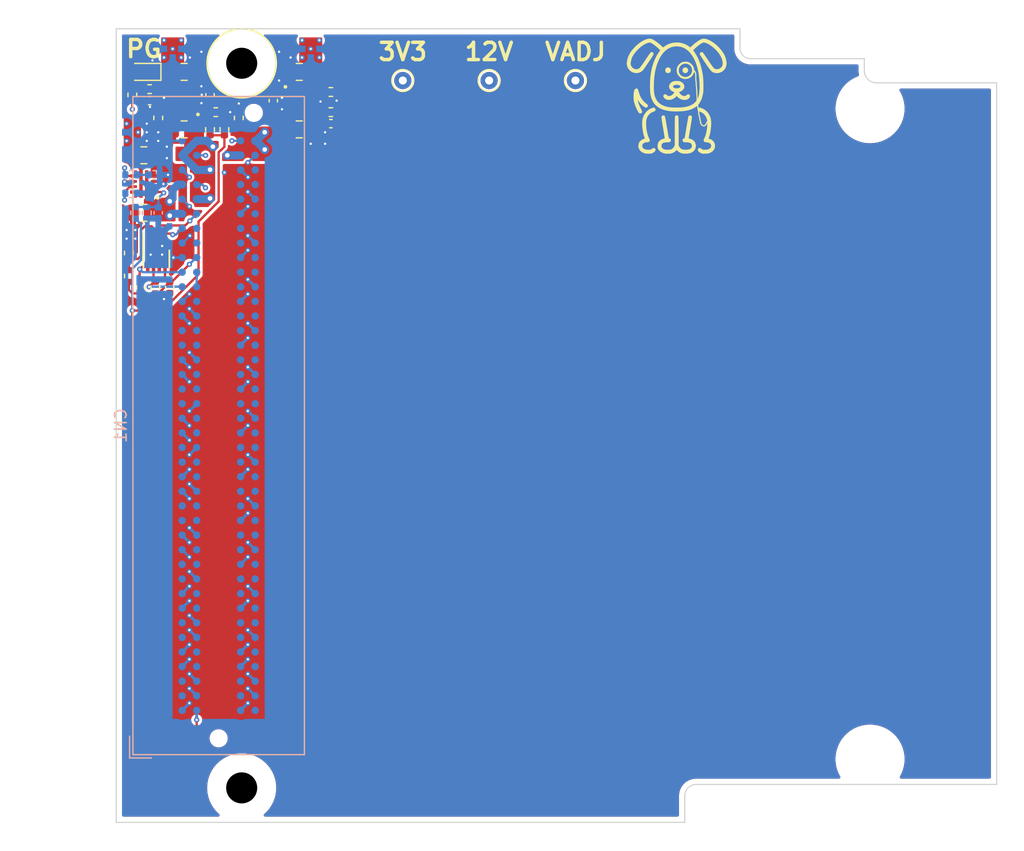
<source format=kicad_pcb>
(kicad_pcb (version 20210824) (generator pcbnew)
  (layers (0 "F.Cu" signal) (1 "In1.Cu" signal) (2 "In2.Cu" signal) (31 "B.Cu" signal) (34 "B.Paste" user) (35 "F.Paste" user) (36 "B.SilkS" user "B.Silkscreen") (37 "F.SilkS" user "F.Silkscreen") (38 "B.Mask" user) (39 "F.Mask" user) (44 "Edge.Cuts" user))
  (net 0 "")
  (net 1 "GND")
  (net 2 "Net-(C7-Pad1)")
  (net 3 "+12V")
  (net 4 "+3V3")
  (net 5 "/FMC_SCL")
  (net 6 "/FMC_SDA")
  (net 7 "/GA0")
  (net 8 "/PG_C2M")
  (net 9 "Net-(CN1-PadD30)")
  (net 10 "/GA1")
  (net 11 "Net-(C8-Pad1)")
  (net 12 "Net-(R1-Pad2)")
  (net 13 "3V3_AUX")
  (net 14 "12V_FMC")
  (net 15 "3V3_FMC")
  (net 16 "VADJ_FMC")
  (net 17 "VADJ")
  (net 19 "Net-(R12-Pad1)")
  (net 20 "Net-(C5-Pad1)")
  (net 21 "Net-(C6-Pad1)")
  (net 22 "Net-(C9-Pad1)")
  (net 23 "Net-(C10-Pad1)")
  (net 24 "Net-(R13-Pad1)")
  (net 25 "Net-(R14-Pad1)")
  (net 26 "Net-(R15-Pad1)")
  (net 27 "Net-(R16-Pad1)")
  (net 30 "Net-(D1-Pad2)")
  (net 31 "Net-(R17-Pad1)")
  (footprint "Capacitor_SMD:C_0805_2012Metric" (layer "F.Cu") (at 126 69.25 180)
    (fp_text reference "C13" hide)
    (fp_text value "10u")
    (pad "1" smd roundrect locked (at -0.95 0 180) (size 1 1.45) (layers "F.Cu" "F.Paste" "F.Mask") (net 17 "VADJ"))
    (pad "2" smd roundrect locked (at 0.95 0 180) (size 1 1.45) (layers "F.Cu" "F.Paste" "F.Mask") (net 1 "GND"))
  )
  (footprint "Capacitor_SMD:C_0402_1005Metric" (layer "F.Cu") (at 113 71.75)
    (fp_text reference "C9" hide)
    (fp_text value "10n")
    (pad "1" smd roundrect locked (at -0.48 0) (size 0.56 0.62) (layers "F.Cu" "F.Paste" "F.Mask") (net 22 "Net-(C9-Pad1)"))
    (pad "2" smd roundrect locked (at 0.48 0) (size 0.56 0.62) (layers "F.Cu" "F.Paste" "F.Mask") (net 1 "GND"))
  )
  (footprint "Resistor_SMD:R_0402_1005Metric" (layer "F.Cu") (at 128.75 72.75)
    (fp_text reference "R14" hide)
    (fp_text value "100")
    (pad "1" smd roundrect locked (at -0.51 0) (size 0.54 0.64) (layers "F.Cu" "F.Paste" "F.Mask") (net 25 "Net-(R14-Pad1)"))
    (pad "2" smd roundrect locked (at 0.51 0) (size 0.54 0.64) (layers "F.Cu" "F.Paste" "F.Mask") (net 23 "Net-(C10-Pad1)"))
  )
  (footprint "Capacitor_SMD:C_0402_1005Metric" (layer "F.Cu") (at 118.25 71.25 90)
    (fp_text reference "C6" hide)
    (fp_text value "DNF")
    (pad "1" smd roundrect locked (at -0.48 0 90) (size 0.56 0.62) (layers "F.Cu" "F.Paste" "F.Mask") (net 21 "Net-(C6-Pad1)"))
    (pad "2" smd roundrect locked (at 0.48 0 90) (size 0.56 0.62) (layers "F.Cu" "F.Paste" "F.Mask") (net 1 "GND"))
  )
  (footprint "LED_SMD:LED_0603_1608Metric" (layer "F.Cu") (at 112.5 69.25 180)
    (fp_text reference "D1" hide)
    (fp_text value "LED")
    (pad "1" smd roundrect locked (at -0.7875 0 180) (size 0.875 0.95) (layers "F.Cu" "F.Paste" "F.Mask") (net 1 "GND"))
    (pad "2" smd roundrect locked (at 0.7875 0 180) (size 0.875 0.95) (layers "F.Cu" "F.Paste" "F.Mask") (net 30 "Net-(D1-Pad2)"))
  )
  (footprint "IC_WUT:TI_LM73100_RPW" (layer "F.Cu") (at 126 71.75)
    (fp_text reference "U4" hide)
    (fp_text value "LM73100RPWR")
    (pad "1" smd roundrect (at -0.9 -0.7 90) (size 0.3 0.6) (layers "F.Cu" "F.Paste" "F.Mask") (roundrect_rratio 0.2) (net 2 "Net-(C7-Pad1)"))
    (pad "1" smd roundrect (at -0.725 -0.875) (size 0.25 0.65) (layers "F.Cu" "F.Paste" "F.Mask") (roundrect_rratio 0.2) (net 2 "Net-(C7-Pad1)"))
    (pad "2" smd roundrect (at -0.9 -0.225 90) (size 0.25 0.6) (layers "F.Cu" "F.Paste" "F.Mask") (roundrect_rratio 0.2) (net 1 "GND"))
    (pad "3" smd roundrect (at -0.9 0.225 90) (size 0.25 0.6) (layers "F.Cu" "F.Paste" "F.Mask") (roundrect_rratio 0.2))
    (pad "4" smd roundrect (at -0.9 0.7 90) (size 0.3 0.6) (layers "F.Cu" "F.Paste" "F.Mask") (roundrect_rratio 0.2) (net 1 "GND"))
    (pad "4" smd roundrect (at -0.725 0.875) (size 0.25 0.65) (layers "F.Cu" "F.Paste" "F.Mask") (roundrect_rratio 0.2) (net 1 "GND"))
    (pad "5" smd roundrect (at -0.25 0) (size 0.3 2.4) (layers "F.Cu" "F.Paste" "F.Mask") (roundrect_rratio 0.1666666667) (net 16 "VADJ_FMC"))
    (pad "6" smd roundrect (at 0.25 0) (size 0.3 2.4) (layers "F.Cu" "F.Paste" "F.Mask") (roundrect_rratio 0.1666666667) (net 17 "VADJ"))
    (pad "7" smd roundrect (at 0.725 0.875) (size 0.25 0.65) (layers "F.Cu" "F.Paste" "F.Mask") (roundrect_rratio 0.2) (net 25 "Net-(R14-Pad1)"))
    (pad "7" smd roundrect (at 0.9 0.7 90) (size 0.3 0.6) (layers "F.Cu" "F.Paste" "F.Mask") (roundrect_rratio 0.2) (net 25 "Net-(R14-Pad1)"))
    (pad "8" smd roundrect (at 0.9 0.225 90) (size 0.25 0.6) (layers "F.Cu" "F.Paste" "F.Mask") (roundrect_rratio 0.2) (net 1 "GND"))
    (pad "9" smd roundrect (at 0.9 -0.225 90) (size 0.25 0.6) (layers "F.Cu" "F.Paste" "F.Mask") (roundrect_rratio 0.2) (net 31 "Net-(R17-Pad1)"))
    (pad "10" smd roundrect (at 0.725 -0.875) (size 0.25 0.65) (layers "F.Cu" "F.Paste" "F.Mask") (roundrect_rratio 0.2))
    (pad "10" smd roundrect (at 0.9 -0.7 90) (size 0.3 0.6) (layers "F.Cu" "F.Paste" "F.Mask") (roundrect_rratio 0.2))
  )
  (footprint "Resistor_SMD:R_0402_1005Metric" (layer "F.Cu") (at 113.5 88 90)
    (fp_text reference "R3" hide)
    (fp_text value "DNF")
    (pad "1" smd roundrect locked (at -0.51 0 90) (size 0.54 0.64) (layers "F.Cu" "F.Paste" "F.Mask") (net 13 "3V3_AUX"))
    (pad "2" smd roundrect locked (at 0.51 0 90) (size 0.54 0.64) (layers "F.Cu" "F.Paste" "F.Mask") (net 5 "/FMC_SCL"))
  )
  (footprint "Capacitor_SMD:C_0805_2012Metric" (layer "F.Cu") (at 112.5 76.5)
    (fp_text reference "C11" hide)
    (fp_text value "10u")
    (pad "1" smd roundrect locked (at -0.95 0) (size 1 1.45) (layers "F.Cu" "F.Paste" "F.Mask") (net 3 "+12V"))
    (pad "2" smd roundrect locked (at 0.95 0) (size 1 1.45) (layers "F.Cu" "F.Paste" "F.Mask") (net 1 "GND"))
  )
  (footprint "Capacitor_SMD:C_0805_2012Metric" (layer "F.Cu") (at 116 69.25)
    (fp_text reference "C12" hide)
    (fp_text value "10u")
    (pad "1" smd roundrect locked (at -0.95 0) (size 1 1.45) (layers "F.Cu" "F.Paste" "F.Mask") (net 4 "+3V3"))
    (pad "2" smd roundrect locked (at 0.95 0) (size 1 1.45) (layers "F.Cu" "F.Paste" "F.Mask") (net 1 "GND"))
  )
  (footprint "Capacitor_SMD:C_0402_1005Metric" (layer "F.Cu") (at 128.75 73.75 180)
    (fp_text reference "C10" hide)
    (fp_text value "10n")
    (pad "1" smd roundrect locked (at -0.48 0 180) (size 0.56 0.62) (layers "F.Cu" "F.Paste" "F.Mask") (net 23 "Net-(C10-Pad1)"))
    (pad "2" smd roundrect locked (at 0.48 0 180) (size 0.56 0.62) (layers "F.Cu" "F.Paste" "F.Mask") (net 1 "GND"))
  )
  (footprint "Capacitor_SMD:C_0402_1005Metric" (layer "F.Cu") (at 114.75 88 -90)
    (fp_text reference "C1" hide)
    (fp_text value "100n")
    (pad "1" smd roundrect locked (at -0.48 0 270) (size 0.56 0.62) (layers "F.Cu" "F.Paste" "F.Mask") (net 13 "3V3_AUX"))
    (pad "2" smd roundrect locked (at 0.48 0 270) (size 0.56 0.62) (layers "F.Cu" "F.Paste" "F.Mask") (net 1 "GND"))
  )
  (footprint "IC_WUT:TI_LM73100_RPW" (layer "F.Cu") (at 116 71.75 180)
    (fp_text reference "U3" hide)
    (fp_text value "LM73100RPWR")
    (pad "1" smd roundrect (at -0.725 -0.875 180) (size 0.25 0.65) (layers "F.Cu" "F.Paste" "F.Mask") (roundrect_rratio 0.2) (net 21 "Net-(C6-Pad1)"))
    (pad "1" smd roundrect (at -0.9 -0.7 270) (size 0.3 0.6) (layers "F.Cu" "F.Paste" "F.Mask") (roundrect_rratio 0.2) (net 21 "Net-(C6-Pad1)"))
    (pad "2" smd roundrect (at -0.9 -0.225 270) (size 0.25 0.6) (layers "F.Cu" "F.Paste" "F.Mask") (roundrect_rratio 0.2) (net 1 "GND"))
    (pad "3" smd roundrect (at -0.9 0.225 270) (size 0.25 0.6) (layers "F.Cu" "F.Paste" "F.Mask") (roundrect_rratio 0.2))
    (pad "4" smd roundrect (at -0.725 0.875 180) (size 0.25 0.65) (layers "F.Cu" "F.Paste" "F.Mask") (roundrect_rratio 0.2) (net 1 "GND"))
    (pad "4" smd roundrect (at -0.9 0.7 270) (size 0.3 0.6) (layers "F.Cu" "F.Paste" "F.Mask") (roundrect_rratio 0.2) (net 1 "GND"))
    (pad "5" smd roundrect (at -0.25 0 180) (size 0.3 2.4) (layers "F.Cu" "F.Paste" "F.Mask") (roundrect_rratio 0.1666666667) (net 15 "3V3_FMC"))
    (pad "6" smd roundrect (at 0.25 0 180) (size 0.3 2.4) (layers "F.Cu" "F.Paste" "F.Mask") (roundrect_rratio 0.1666666667) (net 4 "+3V3"))
    (pad "7" smd roundrect (at 0.9 0.7 270) (size 0.3 0.6) (layers "F.Cu" "F.Paste" "F.Mask") (roundrect_rratio 0.2) (net 24 "Net-(R13-Pad1)"))
    (pad "7" smd roundrect (at 0.725 0.875 180) (size 0.25 0.65) (layers "F.Cu" "F.Paste" "F.Mask") (roundrect_rratio 0.2) (net 24 "Net-(R13-Pad1)"))
    (pad "8" smd roundrect (at 0.9 0.225 270) (size 0.25 0.6) (layers "F.Cu" "F.Paste" "F.Mask") (roundrect_rratio 0.2) (net 1 "GND"))
    (pad "9" smd roundrect (at 0.9 -0.225 270) (size 0.25 0.6) (layers "F.Cu" "F.Paste" "F.Mask") (roundrect_rratio 0.2) (net 27 "Net-(R16-Pad1)"))
    (pad "10" smd roundrect (at 0.725 -0.875 180) (size 0.25 0.65) (layers "F.Cu" "F.Paste" "F.Mask") (roundrect_rratio 0.2))
    (pad "10" smd roundrect (at 0.9 -0.7 270) (size 0.3 0.6) (layers "F.Cu" "F.Paste" "F.Mask") (roundrect_rratio 0.2))
  )
  (footprint "Resistor_SMD:R_0402_1005Metric" (layer "F.Cu") (at 113 70.75 180)
    (fp_text reference "R13" hide)
    (fp_text value "100")
    (pad "1" smd roundrect locked (at -0.51 0 180) (size 0.54 0.64) (layers "F.Cu" "F.Paste" "F.Mask") (net 24 "Net-(R13-Pad1)"))
    (pad "2" smd roundrect locked (at 0.51 0 180) (size 0.54 0.64) (layers "F.Cu" "F.Paste" "F.Mask") (net 22 "Net-(C9-Pad1)"))
  )
  (footprint "Misc_WUT:Logo_10mmx10mm" (layer "F.Cu") (at 158.75 71.5)
    (fp_text reference "M1" hide)
    (fp_text value "Logo_10mmx10mm" hide)
  )
  (footprint "Resistor_SMD:R_0402_1005Metric" (layer "F.Cu") (at 118.75 72.75)
    (fp_text reference "R10" hide)
    (fp_text value "100k")
    (pad "1" smd roundrect locked (at -0.51 0) (size 0.54 0.64) (layers "F.Cu" "F.Paste" "F.Mask") (net 21 "Net-(C6-Pad1)"))
    (pad "2" smd roundrect locked (at 0.51 0) (size 0.54 0.64) (layers "F.Cu" "F.Paste" "F.Mask") (net 1 "GND"))
  )
  (footprint "Package_DFN_QFN:DFN-8-1EP_3x2mm_P0.5mm_EP1.3x1.5mm" (layer "F.Cu") (at 113.59 84.76 -90)
    (fp_text reference "U1" hide)
    (fp_text value "24LC02BT-I/MNY")
    (pad "1" smd rect locked (at -1.45 -0.75 270) (size 0.75 0.3) (layers "F.Cu" "F.Paste" "F.Mask") (net 7 "/GA0"))
    (pad "2" smd rect locked (at -1.45 -0.25 270) (size 0.75 0.3) (layers "F.Cu" "F.Paste" "F.Mask") (net 10 "/GA1"))
    (pad "3" smd rect locked (at -1.45 0.25 270) (size 0.75 0.3) (layers "F.Cu" "F.Paste" "F.Mask") (net 12 "Net-(R1-Pad2)"))
    (pad "4" smd rect locked (at -1.45 0.75 270) (size 0.75 0.3) (layers "F.Cu" "F.Paste" "F.Mask") (net 1 "GND"))
    (pad "5" smd rect locked (at 1.45 0.75 270) (size 0.75 0.3) (layers "F.Cu" "F.Paste" "F.Mask") (net 6 "/FMC_SDA"))
    (pad "6" smd rect locked (at 1.45 0.25 270) (size 0.75 0.3) (layers "F.Cu" "F.Paste" "F.Mask") (net 5 "/FMC_SCL"))
    (pad "7" smd rect locked (at 1.45 -0.25 270) (size 0.75 0.3) (layers "F.Cu" "F.Paste" "F.Mask") (net 1 "GND"))
    (pad "8" smd rect locked (at 1.45 -0.75 270) (size 0.75 0.3) (layers "F.Cu" "F.Paste" "F.Mask") (net 13 "3V3_AUX"))
    (pad "9" smd rect locked (at 0 0 270) (size 1.3 1.5) (layers "F.Cu" "F.Mask") (net 1 "GND"))
  )
  (footprint "TestPoint:TestPoint_THTPad_D1.5mm_Drill0.7mm" (layer "F.Cu") (at 142.5 70)
    (fp_text reference "TP1" hide)
    (fp_text value "TestPoint")
    (pad "1" thru_hole circle locked (at 0 0) (size 1.5 1.5) (drill 0.7) (layers *.Cu *.Mask) (net 3 "+12V"))
  )
  (footprint "Resistor_SMD:R_0402_1005Metric" (layer "F.Cu") (at 112.25 88 90)
    (fp_text reference "R4" hide)
    (fp_text value "DNF")
    (pad "1" smd roundrect locked (at -0.51 0 90) (size 0.54 0.64) (layers "F.Cu" "F.Paste" "F.Mask") (net 13 "3V3_AUX"))
    (pad "2" smd roundrect locked (at 0.51 0 90) (size 0.54 0.64) (layers "F.Cu" "F.Paste" "F.Mask") (net 6 "/FMC_SDA"))
  )
  (footprint "Resistor_SMD:R_0402_1005Metric" (layer "F.Cu") (at 111.2 87 90)
    (fp_text reference "R1" hide)
    (fp_text value "DNF")
    (pad "1" smd roundrect locked (at -0.51 0 90) (size 0.54 0.64) (layers "F.Cu" "F.Paste" "F.Mask") (net 13 "3V3_AUX"))
    (pad "2" smd roundrect locked (at 0.51 0 90) (size 0.54 0.64) (layers "F.Cu" "F.Paste" "F.Mask") (net 12 "Net-(R1-Pad2)"))
  )
  (footprint "TestPoint:TestPoint_THTPad_D1.5mm_Drill0.7mm" (layer "F.Cu") (at 135 70)
    (fp_text reference "TP2" hide)
    (fp_text value "TestPoint")
    (pad "1" thru_hole circle locked (at 0 0) (size 1.5 1.5) (drill 0.7) (layers *.Cu *.Mask) (net 4 "+3V3"))
  )
  (footprint "Resistor_SMD:R_0402_1005Metric" (layer "F.Cu") (at 113.75 73.25 -90)
    (fp_text reference "R16" hide)
    (fp_text value "2k")
    (pad "1" smd roundrect locked (at -0.51 0 270) (size 0.54 0.64) (layers "F.Cu" "F.Paste" "F.Mask") (net 27 "Net-(R16-Pad1)"))
    (pad "2" smd roundrect locked (at 0.51 0 270) (size 0.54 0.64) (layers "F.Cu" "F.Paste" "F.Mask") (net 1 "GND"))
  )
  (footprint "Resistor_SMD:R_0402_1005Metric" (layer "F.Cu") (at 111.5 71.25 90)
    (fp_text reference "R5" hide)
    (fp_text value "1k")
    (pad "1" smd roundrect locked (at -0.51 0 90) (size 0.54 0.64) (layers "F.Cu" "F.Paste" "F.Mask") (net 4 "+3V3"))
    (pad "2" smd roundrect locked (at 0.51 0 90) (size 0.54 0.64) (layers "F.Cu" "F.Paste" "F.Mask") (net 30 "Net-(D1-Pad2)"))
  )
  (footprint "Resistor_SMD:R_0402_1005Metric" (layer "F.Cu") (at 120.75 73.25 90)
    (fp_text reference "R11" hide)
    (fp_text value "100k")
    (pad "1" smd roundrect locked (at -0.51 0 90) (size 0.54 0.64) (layers "F.Cu" "F.Paste" "F.Mask") (net 2 "Net-(C7-Pad1)"))
    (pad "2" smd roundrect locked (at 0.51 0 90) (size 0.54 0.64) (layers "F.Cu" "F.Paste" "F.Mask") (net 1 "GND"))
  )
  (footprint "IC_WUT:TI_LM73100_RPW" (layer "F.Cu") (at 112.5 79 180)
    (fp_text reference "U2" hide)
    (fp_text value "LM73100RPWR")
    (pad "1" smd roundrect (at -0.725 -0.875 180) (size 0.25 0.65) (layers "F.Cu" "F.Paste" "F.Mask") (roundrect_rratio 0.2) (net 20 "Net-(C5-Pad1)"))
    (pad "1" smd roundrect (at -0.9 -0.7 270) (size 0.3 0.6) (layers "F.Cu" "F.Paste" "F.Mask") (roundrect_rratio 0.2) (net 20 "Net-(C5-Pad1)"))
    (pad "2" smd roundrect (at -0.9 -0.225 270) (size 0.25 0.6) (layers "F.Cu" "F.Paste" "F.Mask") (roundrect_rratio 0.2) (net 1 "GND"))
    (pad "3" smd roundrect (at -0.9 0.225 270) (size 0.25 0.6) (layers "F.Cu" "F.Paste" "F.Mask") (roundrect_rratio 0.2))
    (pad "4" smd roundrect (at -0.9 0.7 270) (size 0.3 0.6) (layers "F.Cu" "F.Paste" "F.Mask") (roundrect_rratio 0.2) (net 1 "GND"))
    (pad "4" smd roundrect (at -0.725 0.875 180) (size 0.25 0.65) (layers "F.Cu" "F.Paste" "F.Mask") (roundrect_rratio 0.2) (net 1 "GND"))
    (pad "5" smd roundrect (at -0.25 0 180) (size 0.3 2.4) (layers "F.Cu" "F.Paste" "F.Mask") (roundrect_rratio 0.1666666667) (net 14 "12V_FMC"))
    (pad "6" smd roundrect (at 0.25 0 180) (size 0.3 2.4) (layers "F.Cu" "F.Paste" "F.Mask") (roundrect_rratio 0.1666666667) (net 3 "+12V"))
    (pad "7" smd roundrect (at 0.9 0.7 270) (size 0.3 0.6) (layers "F.Cu" "F.Paste" "F.Mask") (roundrect_rratio 0.2) (net 19 "Net-(R12-Pad1)"))
    (pad "7" smd roundrect (at 0.725 0.875 180) (size 0.25 0.65) (layers "F.Cu" "F.Paste" "F.Mask") (roundrect_rratio 0.2) (net 19 "Net-(R12-Pad1)"))
    (pad "8" smd roundrect (at 0.9 0.225 270) (size 0.25 0.6) (layers "F.Cu" "F.Paste" "F.Mask") (roundrect_rratio 0.2) (net 1 "GND"))
    (pad "9" smd roundrect (at 0.9 -0.225 270) (size 0.25 0.6) (layers "F.Cu" "F.Paste" "F.Mask") (roundrect_rratio 0.2) (net 26 "Net-(R15-Pad1)"))
    (pad "10" smd roundrect (at 0.725 -0.875 180) (size 0.25 0.65) (layers "F.Cu" "F.Paste" "F.Mask") (roundrect_rratio 0.2))
    (pad "10" smd roundrect (at 0.9 -0.7 270) (size 0.3 0.6) (layers "F.Cu" "F.Paste" "F.Mask") (roundrect_rratio 0.2))
  )
  (footprint "Resistor_SMD:R_0402_1005Metric" (layer "F.Cu") (at 111.2 85 90)
    (fp_text reference "R2" hide)
    (fp_text value "0")
    (pad "1" smd roundrect locked (at -0.51 0 90) (size 0.54 0.64) (layers "F.Cu" "F.Paste" "F.Mask") (net 12 "Net-(R1-Pad2)"))
    (pad "2" smd roundrect locked (at 0.51 0 90) (size 0.54 0.64) (layers "F.Cu" "F.Paste" "F.Mask") (net 1 "GND"))
  )
  (footprint "Resistor_SMD:R_0402_1005Metric" (layer "F.Cu") (at 118.25 74.25 90)
    (fp_text reference "R7" hide)
    (fp_text value "1k")
    (pad "1" smd roundrect locked (at -0.51 0 90) (size 0.54 0.64) (layers "F.Cu" "F.Paste" "F.Mask") (net 8 "/PG_C2M"))
    (pad "2" smd roundrect locked (at 0.51 0 90) (size 0.54 0.64) (layers "F.Cu" "F.Paste" "F.Mask") (net 21 "Net-(C6-Pad1)"))
  )
  (footprint "MountingHole:MountingHole_2.7mm" (layer "F.Cu") (at 175.6 72.45)
    (fp_text reference "H1" hide)
    (fp_text value "MountingHole")
    (pad "" np_thru_hole circle locked (at 0 0) (size 2.7 2.7) (drill 2.7) (layers F&B.Cu *.Mask) (clearance 1.65))
  )
  (footprint "Capacitor_SMD:C_0805_2012Metric" (layer "F.Cu") (at 112.5 81.5 180)
    (fp_text reference "C2" hide)
    (fp_text value "10u")
    (pad "1" smd roundrect locked (at -0.95 0 180) (size 1 1.45) (layers "F.Cu" "F.Paste" "F.Mask") (net 14 "12V_FMC"))
    (pad "2" smd roundrect locked (at 0.95 0 180) (size 1 1.45) (layers "F.Cu" "F.Paste" "F.Mask") (net 1 "GND"))
  )
  (footprint "TestPoint:TestPoint_THTPad_D1.5mm_Drill0.7mm" (layer "F.Cu") (at 150 70)
    (fp_text reference "TP3" hide)
    (fp_text value "TestPoint")
    (pad "1" thru_hole circle locked (at 0 0) (size 1.5 1.5) (drill 0.7) (layers *.Cu *.Mask) (net 17 "VADJ"))
  )
  (footprint "Capacitor_SMD:C_0805_2012Metric" (layer "F.Cu") (at 126 74.25)
    (fp_text reference "C4" hide)
    (fp_text value "10u")
    (pad "1" smd roundrect locked (at -0.95 0) (size 1 1.45) (layers "F.Cu" "F.Paste" "F.Mask") (net 16 "VADJ_FMC"))
    (pad "2" smd roundrect locked (at 0.95 0) (size 1 1.45) (layers "F.Cu" "F.Paste" "F.Mask") (net 1 "GND"))
  )
  (footprint "Resistor_SMD:R_0402_1005Metric" (layer "F.Cu") (at 119.5 74.25 90)
    (fp_text reference "R8" hide)
    (fp_text value "1k")
    (pad "1" smd roundrect locked (at -0.51 0 90) (size 0.54 0.64) (layers "F.Cu" "F.Paste" "F.Mask") (net 8 "/PG_C2M"))
    (pad "2" smd roundrect locked (at 0.51 0 90) (size 0.54 0.64) (layers "F.Cu" "F.Paste" "F.Mask") (net 2 "Net-(C7-Pad1)"))
  )
  (footprint "Resistor_SMD:R_0402_1005Metric" (layer "F.Cu") (at 128.75 71)
    (fp_text reference "R17" hide)
    (fp_text value "2k")
    (pad "1" smd roundrect locked (at -0.51 0) (size 0.54 0.64) (layers "F.Cu" "F.Paste" "F.Mask") (net 31 "Net-(R17-Pad1)"))
    (pad "2" smd roundrect locked (at 0.51 0) (size 0.54 0.64) (layers "F.Cu" "F.Paste" "F.Mask") (net 1 "GND"))
  )
  (footprint "MountingHole:MountingHole_2.7mm" (layer "F.Cu") (at 175.6 129)
    (fp_text reference "H2" hide)
    (fp_text value "MountingHole")
    (pad "" np_thru_hole circle locked (at 0 0) (size 2.7 2.7) (drill 2.7) (layers F&B.Cu *.Mask) (clearance 1.65))
  )
  (footprint "Capacitor_SMD:C_0402_1005Metric" (layer "F.Cu") (at 123.75 71.75 -90)
    (fp_text reference "C7" hide)
    (fp_text value "DNF")
    (pad "1" smd roundrect locked (at -0.48 0 270) (size 0.56 0.62) (layers "F.Cu" "F.Paste" "F.Mask") (net 2 "Net-(C7-Pad1)"))
    (pad "2" smd roundrect locked (at 0.48 0 270) (size 0.56 0.62) (layers "F.Cu" "F.Paste" "F.Mask") (net 1 "GND"))
  )
  (footprint "Capacitor_SMD:C_0805_2012Metric" (layer "F.Cu") (at 116 74.25 180)
    (fp_text reference "C3" hide)
    (fp_text value "10u")
    (pad "1" smd roundrect locked (at -0.95 0 180) (size 1 1.45) (layers "F.Cu" "F.Paste" "F.Mask") (net 15 "3V3_FMC"))
    (pad "2" smd roundrect locked (at 0.95 0 180) (size 1 1.45) (layers "F.Cu" "F.Paste" "F.Mask") (net 1 "GND"))
  )
  (footprint "Resistor_SMD:R_0402_1005Metric" (layer "B.Cu") (at 112.75 81.5 -90)
    (fp_text reference "R9" hide)
    (fp_text value "100k")
    (pad "1" smd roundrect locked (at -0.51 0 270) (size 0.54 0.64) (layers "B.Cu" "B.Paste" "B.Mask") (net 20 "Net-(C5-Pad1)"))
    (pad "2" smd roundrect locked (at 0.51 0 270) (size 0.54 0.64) (layers "B.Cu" "B.Paste" "B.Mask") (net 1 "GND"))
  )
  (footprint "Resistor_SMD:R_0402_1005Metric" (layer "B.Cu") (at 111.4 78.2)
    (fp_text reference "R12" hide)
    (fp_text value "100")
    (pad "1" smd roundrect locked (at -0.51 0) (size 0.54 0.64) (layers "B.Cu" "B.Paste" "B.Mask") (net 19 "Net-(R12-Pad1)"))
    (pad "2" smd roundrect locked (at 0.51 0) (size 0.54 0.64) (layers "B.Cu" "B.Paste" "B.Mask") (net 11 "Net-(C8-Pad1)"))
  )
  (footprint "Resistor_SMD:R_0402_1005Metric" (layer "B.Cu") (at 111.75 81.5 90)
    (fp_text reference "R6" hide)
    (fp_text value "1k")
    (pad "1" smd roundrect locked (at -0.51 0 90) (size 0.54 0.64) (layers "B.Cu" "B.Paste" "B.Mask") (net 8 "/PG_C2M"))
    (pad "2" smd roundrect locked (at 0.51 0 90) (size 0.54 0.64) (layers "B.Cu" "B.Paste" "B.Mask") (net 20 "Net-(C5-Pad1)"))
  )
  (footprint "Connector_WUT:Samtec_FMC_ASP-134604-01_4x40_Vertical" (layer "B.Cu") (at 119 100)
    (fp_text reference "CN1" (at -8.5 0 90) (layer "B.SilkS") (effects (justify mirror)))
    (fp_text value "FMC_Mezzanine")
    (pad "" np_thru_hole circle locked (at 2 31.5 270) (size 2.7 2.7) (drill 2.7) (layers *.Mask) (clearance 1.65))
    (pad "" np_thru_hole circle locked (at 2 -31.5 270) (size 2.7 2.7) (drill 2.7) (layers *.Mask) (clearance 1.65))
    (pad "" np_thru_hole circle locked (at 0 27.19 270) (size 1.27 1.27) (drill 1.27) (layers *.Cu *.Mask) (clearance 0.1))
    (pad "" np_thru_hole circle locked (at 3.05 -27.19 270) (size 1.27 1.27) (drill 1.27) (layers *.Cu *.Mask) (clearance 0.1))
    (pad "C1" smd circle locked (at -3.169999 24.765 270) (size 0.64 0.64) (layers "B.Cu" "B.Paste" "B.Mask") (net 1 "GND"))
    (pad "C2" smd circle locked (at -3.169999 23.495 270) (size 0.64 0.64) (layers "B.Cu" "B.Paste" "B.Mask"))
    (pad "C3" smd circle locked (at -3.169999 22.225 270) (size 0.64 0.64) (layers "B.Cu" "B.Paste" "B.Mask"))
    (pad "C4" smd circle locked (at -3.169999 20.955 270) (size 0.64 0.64) (layers "B.Cu" "B.Paste" "B.Mask") (net 1 "GND"))
    (pad "C5" smd circle locked (at -3.169999 19.685 270) (size 0.64 0.64) (layers "B.Cu" "B.Paste" "B.Mask") (net 1 "GND"))
    (pad "C6" smd circle locked (at -3.169999 18.415 270) (size 0.64 0.64) (layers "B.Cu" "B.Paste" "B.Mask"))
    (pad "C7" smd circle locked (at -3.169999 17.145 270) (size 0.64 0.64) (layers "B.Cu" "B.Paste" "B.Mask"))
    (pad "C8" smd circle locked (at -3.169999 15.875 270) (size 0.64 0.64) (layers "B.Cu" "B.Paste" "B.Mask") (net 1 "GND"))
    (pad "C9" smd circle locked (at -3.169999 14.605 270) (size 0.64 0.64) (layers "B.Cu" "B.Paste" "B.Mask") (net 1 "GND"))
    (pad "C10" smd circle locked (at -3.169999 13.335 270) (size 0.64 0.64) (layers "B.Cu" "B.Paste" "B.Mask"))
    (pad "C11" smd circle locked (at -3.169999 12.065 270) (size 0.64 0.64) (layers "B.Cu" "B.Paste" "B.Mask"))
    (pad "C12" smd circle locked (at -3.169999 10.795 270) (size 0.64 0.64) (layers "B.Cu" "B.Paste" "B.Mask") (net 1 "GND"))
    (pad "C13" smd circle locked (at -3.169999 9.525 270) (size 0.64 0.64) (layers "B.Cu" "B.Paste" "B.Mask") (net 1 "GND"))
    (pad "C14" smd circle locked (at -3.169999 8.255 270) (size 0.64 0.64) (layers "B.Cu" "B.Paste" "B.Mask"))
    (pad "C15" smd circle locked (at -3.169999 6.985 270) (size 0.64 0.64) (layers "B.Cu" "B.Paste" "B.Mask"))
    (pad "C16" smd circle locked (at -3.169999 5.715 270) (size 0.64 0.64) (layers "B.Cu" "B.Paste" "B.Mask") (net 1 "GND"))
    (pad "C17" smd circle locked (at -3.169999 4.445 270) (size 0.64 0.64) (layers "B.Cu" "B.Paste" "B.Mask") (net 1 "GND"))
    (pad "C18" smd circle locked (at -3.169999 3.175 270) (size 0.64 0.64) (layers "B.Cu" "B.Paste" "B.Mask"))
    (pad "C19" smd circle locked (at -3.169999 1.905 270) (size 0.64 0.64) (layers "B.Cu" "B.Paste" "B.Mask"))
    (pad "C20" smd circle locked (at -3.169999 0.635 270) (size 0.64 0.64) (layers "B.Cu" "B.Paste" "B.Mask") (net 1 "GND"))
    (pad "C21" smd circle locked (at -3.169999 -0.635 270) (size 0.64 0.64) (layers "B.Cu" "B.Paste" "B.Mask") (net 1 "GND"))
    (pad "C22" smd circle locked (at -3.169999 -1.905 270) (size 0.64 0.64) (layers "B.Cu" "B.Paste" "B.Mask"))
    (pad "C23" smd circle locked (at -3.169999 -3.175 270) (size 0.64 0.64) (layers "B.Cu" "B.Paste" "B.Mask"))
    (pad "C24" smd circle locked (at -3.169999 -4.445 270) (size 0.64 0.64) (layers "B.Cu" "B.Paste" "B.Mask") (net 1 "GND"))
    (pad "C25" smd circle locked (at -3.169999 -5.715 270) (size 0.64 0.64) (layers "B.Cu" "B.Paste" "B.Mask") (net 1 "GND"))
    (pad "C26" smd circle locked (at -3.169999 -6.985 270) (size 0.64 0.64) (layers "B.Cu" "B.Paste" "B.Mask"))
    (pad "C27" smd circle locked (at -3.169999 -8.255 270) (size 0.64 0.64) (layers "B.Cu" "B.Paste" "B.Mask"))
    (pad "C28" smd circle locked (at -3.169999 -9.525 270) (size 0.64 0.64) (layers "B.Cu" "B.Paste" "B.Mask") (net 1 "GND"))
    (pad "C29" smd circle locked (at -3.169999 -10.795 270) (size 0.64 0.64) (layers "B.Cu" "B.Paste" "B.Mask") (net 1 "GND"))
    (pad "C30" smd circle locked (at -3.169999 -12.065 270) (size 0.64 0.64) (layers "B.Cu" "B.Paste" "B.Mask") (net 5 "/FMC_SCL"))
    (pad "C31" smd circle locked (at -3.169999 -13.335 270) (size 0.64 0.64) (layers "B.Cu" "B.Paste" "B.Mask") (net 6 "/FMC_SDA"))
    (pad "C32" smd circle locked (at -3.169999 -14.605 270) (size 0.64 0.64) (layers "B.Cu" "B.Paste" "B.Mask") (net 1 "GND"))
    (pad "C33" smd circle locked (at -3.169999 -15.875 270) (size 0.64 0.64) (layers "B.Cu" "B.Paste" "B.Mask") (net 1 "GND"))
    (pad "C34" smd circle locked (at -3.169999 -17.145 270) (size 0.64 0.64) (layers "B.Cu" "B.Paste" "B.Mask") (net 7 "/GA0"))
    (pad "C35" smd circle locked (at -3.169999 -18.415 270) (size 0.64 0.64) (layers "B.Cu" "B.Paste" "B.Mask") (net 14 "12V_FMC"))
    (pad "C36" smd circle locked (at -3.169999 -19.685 270) (size 0.64 0.64) (layers "B.Cu" "B.Paste" "B.Mask") (net 1 "GND"))
    (pad "C37" smd circle locked (at -3.169999 -20.955 270) (size 0.64 0.64) (layers "B.Cu" "B.Paste" "B.Mask") (net 14 "12V_FMC"))
    (pad "C38" smd circle locked (at -3.169999 -22.225 270) (size 0.64 0.64) (layers "B.Cu" "B.Paste" "B.Mask") (net 1 "GND"))
    (pad "C39" smd circle locked (at -3.169999 -23.495 270) (size 0.64 0.64) (layers "B.Cu" "B.Paste" "B.Mask") (net 15 "3V3_FMC"))
    (pad "C40" smd circle locked (at -3.169999 -24.765 270) (size 0.64 0.64) (layers "B.Cu" "B.Paste" "B.Mask") (net 1 "GND"))
    (pad "D1" smd circle locked (at -1.91 24.765 270) (size 0.64 0.64) (layers "B.Cu" "B.Paste" "B.Mask") (net 8 "/PG_C2M"))
    (pad "D2" smd circle locked (at -1.91 23.495 270) (size 0.64 0.64) (layers "B.Cu" "B.Paste" "B.Mask") (net 1 "GND"))
    (pad "D3" smd circle locked (at -1.91 22.225 270) (size 0.64 0.64) (layers "B.Cu" "B.Paste" "B.Mask") (net 1 "GND"))
    (pad "D4" smd circle locked (at -1.91 20.955 270) (size 0.64 0.64) (layers "B.Cu" "B.Paste" "B.Mask"))
    (pad "D5" smd circle locked (at -1.91 19.685 270) (size 0.64 0.64) (layers "B.Cu" "B.Paste" "B.Mask"))
    (pad "D6" smd circle locked (at -1.91 18.415 270) (size 0.64 0.64) (layers "B.Cu" "B.Paste" "B.Mask") (net 1 "GND"))
    (pad "D7" smd circle locked (at -1.91 17.145 270) (size 0.64 0.64) (layers "B.Cu" "B.Paste" "B.Mask") (net 1 "GND"))
    (pad "D8" smd circle locked (at -1.91 15.875 270) (size 0.64 0.64) (layers "B.Cu" "B.Paste" "B.Mask"))
    (pad "D9" smd circle locked (at -1.91 14.605 270) (size 0.64 0.64) (layers "B.Cu" "B.Paste" "B.Mask"))
    (pad "D10" smd circle locked (at -1.91 13.335 270) (size 0.64 0.64) (layers "B.Cu" "B.Paste" "B.Mask") (net 1 "GND"))
    (pad "D11" smd circle locked (at -1.91 12.065 270) (size 0.64 0.64) (layers "B.Cu" "B.Paste" "B.Mask"))
    (pad "D12" smd circle locked (at -1.91 10.795 270) (size 0.64 0.64) (layers "B.Cu" "B.Paste" "B.Mask"))
    (pad "D13" smd circle locked (at -1.91 9.525 270) (size 0.64 0.64) (layers "B.Cu" "B.Paste" "B.Mask") (net 1 "GND"))
    (pad "D14" smd circle locked (at -1.91 8.255 270) (size 0.64 0.64) (layers "B.Cu" "B.Paste" "B.Mask"))
    (pad "D15" smd circle locked (at -1.91 6.985 270) (size 0.64 0.64) (layers "B.Cu" "B.Paste" "B.Mask"))
    (pad "D16" smd circle locked (at -1.91 5.715 270) (size 0.64 0.64) (layers "B.Cu" "B.Paste" "B.Mask") (net 1 "GND"))
    (pad "D17" smd circle locked (at -1.91 4.445 270) (size 0.64 0.64) (layers "B.Cu" "B.Paste" "B.Mask"))
    (pad "D18" smd circle locked (at -1.91 3.175 270) (size 0.64 0.64) (layers "B.Cu" "B.Paste" "B.Mask"))
    (pad "D19" smd circle locked (at -1.91 1.905 270) (size 0.64 0.64) (layers "B.Cu" "B.Paste" "B.Mask") (net 1 "GND"))
    (pad "D20" smd circle locked (at -1.91 0.635 270) (size 0.64 0.64) (layers "B.Cu" "B.Paste" "B.Mask"))
    (pad "D21" smd circle locked (at -1.91 -0.635 270) (size 0.64 0.64) (layers "B.Cu" "B.Paste" "B.Mask"))
    (pad "D22" smd circle locked (at -1.91 -1.905 270) (size 0.64 0.64) (layers "B.Cu" "B.Paste" "B.Mask") (net 1 "GND"))
    (pad "D23" smd circle locked (at -1.91 -3.175 270) (size 0.64 0.64) (layers "B.Cu" "B.Paste" "B.Mask"))
    (pad "D24" smd circle locked (at -1.91 -4.445 270) (size 0.64 0.64) (layers "B.Cu" "B.Paste" "B.Mask"))
    (pad "D25" smd circle locked (at -1.91 -5.715 270) (size 0.64 0.64) (layers "B.Cu" "B.Paste" "B.Mask") (net 1 "GND"))
    (pad "D26" smd circle locked (at -1.91 -6.985 270) (size 0.64 0.64) (layers "B.Cu" "B.Paste" "B.Mask"))
    (pad "D27" smd circle locked (at -1.91 -8.255 270) (size 0.64 0.64) (layers "B.Cu" "B.Paste" "B.Mask"))
    (pad "D28" smd circle locked (at -1.91 -9.525 270) (size 0.64 0.64) (layers "B.Cu" "B.Paste" "B.Mask") (net 1 "GND"))
    (pad "D29" smd circle locked (at -1.91 -10.795 270) (size 0.64 0.64) (layers "B.Cu" "B.Paste" "B.Mask"))
    (pad "D30" smd circle locked (at -1.91 -12.065 270) (size 0.64 0.64) (layers "B.Cu" "B.Paste" "B.Mask") (net 9 "Net-(CN1-PadD30)"))
    (pad "D31" smd circle locked (at -1.91 -13.335 270) (size 0.64 0.64) (layers "B.Cu" "B.Paste" "B.Mask") (net 9 "Net-(CN1-PadD30)"))
    (pad "D32" smd circle locked (at -1.91 -14.605 270) (size 0.64 0.64) (layers "B.Cu" "B.Paste" "B.Mask") (net 13 "3V3_AUX"))
    (pad "D33" smd circle locked (at -1.91 -15.875 270) (size 0.64 0.64) (layers "B.Cu" "B.Paste" "B.Mask"))
    (pad "D34" smd circle locked (at -1.91 -17.145 270) (size 0.64 0.64) (layers "B.Cu" "B.Paste" "B.Mask"))
    (pad "D35" smd circle locked (at -1.91 -18.415 270) (size 0.64 0.64) (layers "B.Cu" "B.Paste" "B.Mask") (net 10 "/GA1"))
    (pad "D36" smd circle locked (at -1.91 -19.685 270) (size 0.64 0.64) (layers "B.Cu" "B.Paste" "B.Mask") (net 15 "3V3_FMC"))
    (pad "D37" smd circle locked (at -1.91 -20.955 270) (size 0.64 0.64) (layers "B.Cu" "B.Paste" "B.Mask") (net 1 "GND"))
    (pad "D38" smd circle locked (at -1.91 -22.225 270) (size 0.64 0.64) (layers "B.Cu" "B.Paste" "B.Mask") (net 15 "3V3_FMC"))
    (pad "D39" smd circle locked (at -1.91 -23.495 270) (size 0.64 0.64) (layers "B.Cu" "B.Paste" "B.Mask") (net 1 "GND"))
    (pad "D40" smd circle locked (at -1.91 -24.765 270) (size 0.64 0.64) (layers "B.Cu" "B.Paste" "B.Mask") (net 15 "3V3_FMC"))
    (pad "G1" smd circle locked (at 1.91 24.765 270) (size 0.64 0.64) (layers "B.Cu" "B.Paste" "B.Mask") (net 1 "GND"))
    (pad "G2" smd circle locked (at 1.91 23.495 270) (size 0.64 0.64) (layers "B.Cu" "B.Paste" "B.Mask"))
    (pad "G3" smd circle locked (at 1.91 22.225 270) (size 0.64 0.64) (layers "B.Cu" "B.Paste" "B.Mask"))
    (pad "G4" smd circle locked (at 1.91 20.955 270) (size 0.64 0.64) (layers "B.Cu" "B.Paste" "B.Mask") (net 1 "GND"))
    (pad "G5" smd circle locked (at 1.91 19.685 270) (size 0.64 0.64) (layers "B.Cu" "B.Paste" "B.Mask") (net 1 "GND"))
    (pad "G6" smd circle locked (at 1.91 18.415 270) (size 0.64 0.64) (layers "B.Cu" "B.Paste" "B.Mask"))
    (pad "G7" smd circle locked (at 1.91 17.145 270) (size 0.64 0.64) (layers "B.Cu" "B.Paste" "B.Mask"))
    (pad "G8" smd circle locked (at 1.91 15.875 270) (size 0.64 0.64) (layers "B.Cu" "B.Paste" "B.Mask") (net 1 "GND"))
    (pad "G9" smd circle locked (at 1.91 14.605 270) (size 0.64 0.64) (layers "B.Cu" "B.Paste" "B.Mask"))
    (pad "G10" smd circle locked (at 1.91 13.335 270) (size 0.64 0.64) (layers "B.Cu" "B.Paste" "B.Mask"))
    (pad "G11" smd circle locked (at 1.91 12.065 270) (size 0.64 0.64) (layers "B.Cu" "B.Paste" "B.Mask") (net 1 "GND"))
    (pad "G12" smd circle locked (at 1.91 10.795 270) (size 0.64 0.64) (layers "B.Cu" "B.Paste" "B.Mask"))
    (pad "G13" smd circle locked (at 1.91 9.525 270) (size 0.64 0.64) (layers "B.Cu" "B.Paste" "B.Mask"))
    (pad "G14" smd circle locked (at 1.91 8.255 270) (size 0.64 0.64) (layers "B.Cu" "B.Paste" "B.Mask") (net 1 "GND"))
    (pad "G15" smd circle locked (at 1.91 6.985 270) (size 0.64 0.64) (layers "B.Cu" "B.Paste" "B.Mask"))
    (pad "G16" smd circle locked (at 1.91 5.715 270) (size 0.64 0.64) (layers "B.Cu" "B.Paste" "B.Mask"))
    (pad "G17" smd circle locked (at 1.91 4.445 270) (size 0.64 0.64) (layers "B.Cu" "B.Paste" "B.Mask") (net 1 "GND"))
    (pad "G18" smd circle locked (at 1.91 3.175 270) (size 0.64 0.64) (layers "B.Cu" "B.Paste" "B.Mask"))
    (pad "G19" smd circle locked (at 1.91 1.905 270) (size 0.64 0.64) (layers "B.Cu" "B.Paste" "B.Mask"))
    (pad "G20" smd circle locked (at 1.91 0.635 270) (size 0.64 0.64) (layers "B.Cu" "B.Paste" "B.Mask") (net 1 "GND"))
    (pad "G21" smd circle locked (at 1.91 -0.635 270) (size 0.64 0.64) (layers "B.Cu" "B.Paste" "B.Mask"))
    (pad "G22" smd circle locked (at 1.91 -1.905 270) (size 0.64 0.64) (layers "B.Cu" "B.Paste" "B.Mask"))
    (pad "G23" smd circle locked (at 1.91 -3.175 270) (size 0.64 0.64) (layers "B.Cu" "B.Paste" "B.Mask") (net 1 "GND"))
    (pad "G24" smd circle locked (at 1.91 -4.445 270) (size 0.64 0.64) (layers "B.Cu" "B.Paste" "B.Mask"))
    (pad "G25" smd circle locked (at 1.91 -5.715 270) (size 0.64 0.64) (layers "B.Cu" "B.Paste" "B.Mask"))
    (pad "G26" smd circle locked (at 1.91 -6.985 270) (size 0.64 0.64) (layers "B.Cu" "B.Paste" "B.Mask") (net 1 "GND"))
    (pad "G27" smd circle locked (at 1.91 -8.255 270) (size 0.64 0.64) (layers "B.Cu" "B.Paste" "B.Mask"))
    (pad "G28" smd circle locked (at 1.91 -9.525 270) (size 0.64 0.64) (layers "B.Cu" "B.Paste" "B.Mask"))
    (pad "G29" smd circle locked (at 1.91 -10.795 270) (size 0.64 0.64) (layers "B.Cu" "B.Paste" "B.Mask") (net 1 "GND"))
    (pad "G30" smd circle locked (at 1.91 -12.065 270) (size 0.64 0.64) (layers "B.Cu" "B.Paste" "B.Mask"))
    (pad "G31" smd circle locked (at 1.91 -13.335 270) (size 0.64 0.64) (layers "B.Cu" "B.Paste" "B.Mask"))
    (pad "G32" smd circle locked (at 1.91 -14.605 270) (size 0.64 0.64) (layers "B.Cu" "B.Paste" "B.Mask") (net 1 "GND"))
    (pad "G33" smd circle locked (at 1.91 -15.875 270) (size 0.64 0.64) (layers "B.Cu" "B.Paste" "B.Mask"))
    (pad "G34" smd circle locked (at 1.91 -17.145 270) (size 0.64 0.64) (layers "B.Cu" "B.Paste" "B.Mask"))
    (pad "G35" smd circle locked (at 1.91 -18.415 270) (size 0.64 0.64) (layers "B.Cu" "B.Paste" "B.Mask") (net 1 "GND"))
    (pad "G36" smd circle locked (at 1.91 -19.685 270) (size 0.64 0.64) (layers "B.Cu" "B.Paste" "B.Mask"))
    (pad "G37" smd circle locked (at 1.91 -20.955 270) (size 0.64 0.64) (layers "B.Cu" "B.Paste" "B.Mask"))
    (pad "G38" smd circle locked (at 1.91 -22.225 270) (size 0.64 0.64) (layers "B.Cu" "B.Paste" "B.Mask") (net 1 "GND"))
    (pad "G39" smd circle locked (at 1.91 -23.495 270) (size 0.64 0.64) (layers "B.Cu" "B.Paste" "B.Mask") (net 16 "VADJ_FMC"))
    (pad "G40" smd circle locked (at 1.91 -24.765 270) (size 0.64 0.64) (layers "B.Cu" "B.Paste" "B.Mask") (net 1 "GND"))
    (pad "H1" smd circle locked (at 3.169999 24.765 270) (size 0.64 0.64) (layers "B.Cu" "B.Paste" "B.Mask"))
    (pad "H2" smd circle locked (at 3.169999 23.495 270) (size 0.64 0.64) (layers "B.Cu" "B.Paste" "B.Mask") (net 1 "GND"))
    (pad "H3" smd circle locked (at 3.169999 22.225 270) (size 0.64 0.64) (layers "B.Cu" "B.Paste" "B.Mask") (net 1 "GND"))
    (pad "H4" smd circle locked (at 3.169999 20.955 270) (size 0.64 0.64) (layers "B.Cu" "B.Paste" "B.Mask"))
    (pad "H5" smd circle locked (at 3.169999 19.685 270) (size 0.64 0.64) (layers "B.Cu" "B.Paste" "B.Mask"))
    (pad "H6" smd circle locked (at 3.169999 18.415 270) (size 0.64 0.64) (layers "B.Cu" "B.Paste" "B.Mask") (net 1 "GND"))
    (pad "H7" smd circle locked (at 3.169999 17.145 270) (size 0.64 0.64) (layers "B.Cu" "B.Paste" "B.Mask"))
    (pad "H8" smd circle locked (at 3.169999 15.875 270) (size 0.64 0.64) (layers "B.Cu" "B.Paste" "B.Mask"))
    (pad "H9" smd circle locked (at 3.169999 14.605 270) (size 0.64 0.64) (layers "B.Cu" "B.Paste" "B.Mask") (net 1 "GND"))
    (pad "H10" smd circle locked (at 3.169999 13.335 270) (size 0.64 0.64) (layers "B.Cu" "B.Paste" "B.Mask"))
    (pad "H11" smd circle locked (at 3.169999 12.065 270) (size 0.64 0.64) (layers "B.Cu" "B.Paste" "B.Mask"))
    (pad "H12" smd circle locked (at 3.169999 10.795 270) (size 0.64 0.64) (layers "B.Cu" "B.Paste" "B.Mask") (net 1 "GND"))
    (pad "H13" smd circle locked (at 3.169999 9.525 270) (size 0.64 0.64) (layers "B.Cu" "B.Paste" "B.Mask"))
    (pad "H14" smd circle locked (at 3.169999 8.255 270) (size 0.64 0.64) (layers "B.Cu" "B.Paste" "B.Mask"))
    (pad "H15" smd circle locked (at 3.169999 6.985 270) (size 0.64 0.64) (layers "B.Cu" "B.Paste" "B.Mask") (net 1 "GND"))
    (pad "H16" smd circle locked (at 3.169999 5.715 270) (size 0.64 0.64) (layers "B.Cu" "B.Paste" "B.Mask"))
    (pad "H17" smd circle locked (at 3.169999 4.445 270) (size 0.64 0.64) (layers "B.Cu" "B.Paste" "B.Mask"))
    (pad "H18" smd circle locked (at 3.169999 3.175 270) (size 0.64 0.64) (layers "B.Cu" "B.Paste" "B.Mask") (net 1 "GND"))
    (pad "H19" smd circle locked (at 3.169999 1.905 270) (size 0.64 0.64) (layers "B.Cu" "B.Paste" "B.Mask"))
    (pad "H20" smd circle locked (at 3.169999 0.635 270) (size 0.64 0.64) (layers "B.Cu" "B.Paste" "B.Mask"))
    (pad "H21" smd circle locked (at 3.169999 -0.635 270) (size 0.64 0.64) (layers "B.Cu" "B.Paste" "B.Mask") (net 1 "GND"))
    (pad "H22" smd circle locked (at 3.169999 -1.905 270) (size 0.64 0.64) (layers "B.Cu" "B.Paste" "B.Mask"))
    (pad "H23" smd circle locked (at 3.169999 -3.175 270) (size 0.64 0.64) (layers "B.Cu" "B.Paste" "B.Mask"))
    (pad "H24" smd circle locked (at 3.169999 -4.445 270) (size 0.64 0.64) (layers "B.Cu" "B.Paste" "B.Mask") (net 1 "GND"))
    (pad "H25" smd circle locked (at 3.169999 -5.715 270) (size 0.64 0.64) (layers "B.Cu" "B.Paste" "B.Mask"))
    (pad "H26" smd circle locked (at 3.169999 -6.985 270) (size 0.64 0.64) (layers "B.Cu" "B.Paste" "B.Mask"))
    (pad "H27" smd circle locked (at 3.169999 -8.255 270) (size 0.64 0.64) (layers "B.Cu" "B.Paste" "B.Mask") (net 1 "GND"))
    (pad "H28" smd circle locked (at 3.169999 -9.525 270) (size 0.64 0.64) (layers "B.Cu" "B.Paste" "B.Mask"))
    (pad "H29" smd circle locked (at 3.169999 -10.795 270) (size 0.64 0.64) (layers "B.Cu" "B.Paste" "B.Mask"))
    (pad "H30" smd circle locked (at 3.169999 -12.065 270) (size 0.64 0.64) (layers "B.Cu" "B.Paste" "B.Mask") (net 1 "GND"))
    (pad "H31" smd circle locked (at 3.169999 -13.335 270) (size 0.64 0.64) (layers "B.Cu" "B.Paste" "B.Mask"))
    (pad "H32" smd circle locked (at 3.169999 -14.605 270) (size 0.64 0.64) (layers "B.Cu" "B.Paste" "B.Mask"))
    (pad "H33" smd circle locked (at 3.169999 -15.875 270) (size 0.64 0.64) (layers "B.Cu" "B.Paste" "B.Mask") (net 1 "GND"))
    (pad "H34" smd circle locked (at 3.169999 -17.145 270) (size 0.64 0.64) (layers "B.Cu" "B.Paste" "B.Mask"))
    (pad "H35" smd circle locked (at 3.169999 -18.415 270) (size 0.64 0.64) (layers "B.Cu" "B.Paste" "B.Mask"))
    (pad "H36" smd circle locked (at 3.169999 -19.685 270) (size 0.64 0.64) (layers "B.Cu" "B.Paste" "B.Mask") (net 1 "GND"))
    (pad "H37" smd circle locked (at 3.169999 -20.955 270) (size 0.64 0.64) (layers "B.Cu" "B.Paste" "B.Mask"))
    (pad "H38" smd circle locked (at 3.169999 -22.225 270) (size 0.64 0.64) (layers "B.Cu" "B.Paste" "B.Mask"))
    (pad "H39" smd circle locked (at 3.169999 -23.495 270) (size 0.64 0.64) (layers "B.Cu" "B.Paste" "B.Mask") (net 1 "GND"))
    (pad "H40" smd circle locked (at 3.169999 -24.765 270) (size 0.64 0.64) (layers "B.Cu" "B.Paste" "B.Mask") (net 16 "VADJ_FMC"))
    (zone (net 0) (net_name "") (layer "B.Cu") (connect_pads (clearance 0)) (min_thickness 0.254)
      (keepout (tracks allowed) (vias allowed) (pads allowed) (copperpour not_allowed) (footprints not_allowed))
      (fill (thermal_gap 0.508) (thermal_bridge_width 0.508))
      (polygon (pts (xy 123 74.5) (xy 115 74.5) (xy 115 125.5) (xy 123 125.5)))
    )
  )
  (footprint "Resistor_SMD:R_0402_1005Metric" (layer "B.Cu") (at 111.4 79.8)
    (fp_text reference "R15" hide)
    (fp_text value "2k")
    (pad "1" smd roundrect locked (at -0.51 0) (size 0.54 0.64) (layers "B.Cu" "B.Paste" "B.Mask") (net 26 "Net-(R15-Pad1)"))
    (pad "2" smd roundrect locked (at 0.51 0) (size 0.54 0.64) (layers "B.Cu" "B.Paste" "B.Mask") (net 1 "GND"))
  )
  (footprint "Capacitor_SMD:C_0402_1005Metric" (layer "B.Cu") (at 113.4 78.2)
    (fp_text reference "C8" hide)
    (fp_text value "10n")
    (pad "1" smd roundrect locked (at -0.48 0) (size 0.56 0.62) (layers "B.Cu" "B.Paste" "B.Mask") (net 11 "Net-(C8-Pad1)"))
    (pad "2" smd roundrect locked (at 0.48 0) (size 0.56 0.62) (layers "B.Cu" "B.Paste" "B.Mask") (net 1 "GND"))
  )
  (footprint "Capacitor_SMD:C_0402_1005Metric" (layer "B.Cu") (at 113.75 81.5 -90)
    (fp_text reference "C5" hide)
    (fp_text value "DNF")
    (pad "1" smd roundrect locked (at -0.48 0 270) (size 0.56 0.62) (layers "B.Cu" "B.Paste" "B.Mask") (net 20 "Net-(C5-Pad1)"))
    (pad "2" smd roundrect locked (at 0.48 0 270) (size 0.56 0.62) (layers "B.Cu" "B.Paste" "B.Mask") (net 1 "GND"))
  )
  (gr_circle (center 121 68.5) (end 124 68.5) (layer "F.SilkS") (width 0.15) (fill none))
  (gr_line locked (start 110.1 134.5) (end 159.5 134.5) (layer "Edge.Cuts") (width 0.1))
  (gr_line locked (start 186.6 131.2) (end 181.4 131.2) (layer "Edge.Cuts") (width 0.1))
  (gr_line locked (start 181.4 70.2) (end 186.6 70.2) (layer "Edge.Cuts") (width 0.1))
  (gr_arc locked (start 176.16614 69.133858) (end 176.1 70.2) (angle 82.9) (layer "Edge.Cuts") (width 0.1))
  (gr_line locked (start 175.1 69.2) (end 175.1 68.1) (layer "Edge.Cuts") (width 0.1))
  (gr_arc locked (start 160.5 132.2) (end 159.5 132.2) (angle 90) (layer "Edge.Cuts") (width 0.1))
  (gr_line locked (start 110.1 65.5) (end 164.3 65.5) (layer "Edge.Cuts") (width 0.1))
  (gr_line locked (start 164.3 65.5) (end 164.3 67.2) (layer "Edge.Cuts") (width 0.1))
  (gr_line locked (start 110.1 65.5) (end 110.1 134.5) (layer "Edge.Cuts") (width 0.1))
  (gr_line locked (start 186.6 70.2) (end 186.6 131.2) (layer "Edge.Cuts") (width 0.1))
  (gr_line locked (start 181.4 70.2) (end 176.1 70.2) (layer "Edge.Cuts") (width 0.1))
  (gr_line locked (start 160.5 131.2) (end 181.4 131.2) (layer "Edge.Cuts") (width 0.1))
  (gr_line locked (start 159.5 134.5) (end 159.5 132.2) (layer "Edge.Cuts") (width 0.1))
  (gr_line locked (start 175.1 68.1) (end 165.2 68.1) (layer "Edge.Cuts") (width 0.1))
  (gr_arc locked (start 165.2 67.2) (end 165.2 68.1) (angle 90) (layer "Edge.Cuts") (width 0.1))
  (gr_text "PG" (at 112.5 67.25) (layer "F.SilkS") (effects (font (size 1.5 1.5) (thickness 0.3))))
  (gr_text "VADJ" (at 150 67.5) (layer "F.SilkS") (effects (font (size 1.5 1.5) (thickness 0.3))))
  (gr_text "12V" (at 142.5 67.5) (layer "F.SilkS") (effects (font (size 1.5 1.5) (thickness 0.3))))
  (gr_text "3V3" (at 135 67.5) (layer "F.SilkS") (effects (font (size 1.5 1.5) (thickness 0.3))))
  (segment (start 113.48 71.845635) (end 113.033356 72.292279) (width 0.2) (layer "F.Cu") (net 1))
  (segment (start 124.23 72.23) (end 124.5 72.5) (width 0.2) (layer "F.Cu") (net 1))
  (segment (start 117.77 70.77) (end 117.5 70.5) (width 0.2) (layer "F.Cu") (net 1))
  (segment (start 113.84 86.21) (end 113.84 85.01) (width 0.2) (layer "F.Cu") (net 1))
  (segment (start 125.1 71.525) (end 124.525 71.525) (width 0.2) (layer "F.Cu") (net 1))
  (segment (start 113.4 79.225) (end 113.975 79.225) (width 0.2) (layer "F.Cu") (net 1))
  (segment (start 114.75 88.5) (end 114.25 89) (width 0.2) (layer "F.Cu") (net 1))
  (segment (start 112.84 83.31) (end 112.84 84.01) (width 0.2) (layer "F.Cu") (net 1))
  (segment (start 110.8495 78.775) (end 110.8245 78.8) (width 0.2) (layer "F.Cu") (net 1))
  (segment (start 113.84 85.01) (end 113.59 84.76) (width 0.2) (layer "F.Cu") (net 1))
  (segment (start 113.975 79.225) (end 114.2 79) (width 0.2) (layer "F.Cu") (net 1))
  (segment (start 127.700188 71.975) (end 127.847623 71.827565) (width 0.2) (layer "F.Cu") (net 1))
  (segment (start 129.26 71) (end 129.26 71.74) (width 0.2) (layer "F.Cu") (net 1))
  (segment (start 112.84 84.01) (end 113.59 84.76) (width 0.2) (layer "F.Cu") (net 1))
  (segment (start 114.275 71.525) (end 114.25 71.5) (width 0.2) (layer "F.Cu") (net 1))
  (segment (start 125.1 72.45) (end 124.65952 72.45) (width 0.2) (layer "F.Cu") (net 1))
  (segment (start 124.55 72.45) (end 124.5 72.5) (width 0.2) (layer "F.Cu") (net 1))
  (segment (start 111.6 78.775) (end 110.8495 78.775) (width 0.2) (layer "F.Cu") (net 1))
  (segment (start 126.9 71.975) (end 127.700188 71.975) (width 0.2) (layer "F.Cu") (net 1))
  (segment (start 124.65952 72.45) (end 124.60952 72.5) (width 0.2) (layer "F.Cu") (net 1))
  (segment (start 114.75 88.48) (end 114.75 88.5) (width 0.2) (layer "F.Cu") (net 1))
  (segment (start 113.48 71.75) (end 113.48 71.845635) (width 0.2) (layer "F.Cu") (net 1))
  (segment (start 125.1 72.45) (end 124.55 72.45) (width 0.2) (layer "F.Cu") (net 1))
  (segment (start 113.2875 68.2875) (end 113.25 68.25) (width 0.2) (layer "F.Cu") (net 1))
  (segment (start 129.26 71.74) (end 129.25 71.75) (width 0.2) (layer "F.Cu") (net 1))
  (segment (start 118.25 70.77) (end 117.77 70.77) (width 0.2) (layer "F.Cu") (net 1))
  (segment (start 113.784 85.01) (end 113.534 84.76) (width 0.2) (layer "F.Cu") (net 1))
  (segment (start 113.4 79.225) (end 113.805494 79.225) (width 0.2) (layer "F.Cu") (net 1))
  (segment (start 115.1 71.525) (end 114.275 71.525) (width 0.2) (layer "F.Cu") (net 1))
  (segment (start 119.26 72.75) (end 120 72.75) (width 0.2) (layer "F.Cu") (net 1))
  (segment (start 113.2875 69.25) (end 113.2875 68.2875) (width 0.2) (layer "F.Cu") (net 1))
  (segment (start 117.496967 71.975) (end 117.503504 71.968463) (width 0.2) (layer "F.Cu") (net 1))
  (segment (start 116.9 71.975) (end 117.496967 71.975) (width 0.2) (layer "F.Cu") (net 1))
  (segment (start 116.9 71.05) (end 117.34278 71.05) (width 0.2) (layer "F.Cu") (net 1))
  (segment (start 124.525 71.525) (end 124.5 71.5) (width 0.2) (layer "F.Cu") (net 1))
  (segment (start 114.75 88.365) (end 114.572419 88.365) (width 0.2) (layer "F.Cu") (net 1))
  (segment (start 120.75 72.74) (end 120.75 72) (width 0.2) (layer "F.Cu") (net 1))
  (segment (start 123.75 72.23) (end 124.23 72.23) (width 0.2) (layer "F.Cu") (net 1))
  (segment (start 117.34278 71.05) (end 117.528785 71.236005) (width 0.2) (layer "F.Cu") (net 1))
  (via (at 113.75 75.25) (size 0.45) (drill 0.2) (layers "F.Cu" "B.Cu") (net 1))
  (via (at 116.454999 113.97) (size 0.45) (drill 0.2) (layers "F.Cu" "B.Cu") (net 1))
  (via (at 116.454999 106.35) (size 0.45) (drill 0.2) (layers "F.Cu" "B.Cu") (net 1))
  (via (at 116.454999 98.73) (size 0.45) (drill 0.2) (layers "F.Cu" "B.Cu") (net 1))
  (via (at 120.75 72) (size 0.45) (drill 0.2) (layers "F.Cu" "B.Cu") (net 1))
  (via (at 127 75.5) (size 0.45) (drill 0.2) (layers "F.Cu" "B.Cu") (net 1))
  (via (at 121.534999 77.14) (size 0.45) (drill 0.2) (layers "F.Cu" "B.Cu") (net 1))
  (via (at 121.534999 102.54) (size 0.45) (drill 0.2) (layers "F.Cu" "B.Cu") (net 1))
  (via (at 116.454999 121.59) (size 0.45) (drill 0.2) (layers "F.Cu" "B.Cu") (net 1))
  (via (at 116.454999 122.86) (size 0.45) (drill 0.2) (layers "F.Cu" "B.Cu") (net 1))
  (via (at 116.454999 93.65) (size 0.45) (drill 0.2) (layers "F.Cu" "B.Cu") (net 1))
  (via (at 121.534999 94.92) (size 0.45) (drill 0.2) (layers "F.Cu" "B.Cu") (net 1))
  (via (at 120 72.75) (size 0.45) (drill 0.2) (layers "F.Cu" "B.Cu") (net 1))
  (via (at 116.454999 120.32) (size 0.45) (drill 0.2) (layers "F.Cu" "B.Cu") (net 1))
  (via (at 121.534999 124.13) (size 0.45) (drill 0.2) (layers "F.Cu" "B.Cu") (net 1))
  (via (at 121.534999 111.43) (size 0.45) (drill 0.2) (layers "F.Cu" "B.Cu") (net 1))
  (via (at 113.033356 72.292279) (size 0.45) (drill 0.2) (layers "F.Cu" "B.Cu") (net 1))
  (via (at 112.75 73.75) (size 0.45) (drill 0.2) (layers "F.Cu" "B.Cu") (net 1))
  (via (at 128.25 75.5) (size 0.45) (drill 0.2) (layers "F.Cu" "B.Cu") (net 1))
  (via (at 112.75 74.5) (size 0.45) (drill 0.2) (layers "F.Cu" "B.Cu") (net 1))
  (via (at 121.534999 121.59) (size 0.45) (drill 0.2) (layers "F.Cu" "B.Cu") (net 1))
  (via (at 125.25 68) (size 0.45) (drill 0.2) (layers "F.Cu" "B.Cu") (net 1))
  (via (at 121.534999 100) (size 0.45) (drill 0.2) (layers "F.Cu" "B.Cu") (net 1))
  (via (at 116.454999 94.92) (size 0.45) (drill 0.2) (layers "F.Cu" "B.Cu") (net 1))
  (via (at 124.5 72.5) (size 0.45) (drill 0.2) (layers "F.Cu" "B.Cu") (net 1))
  (via (at 116.5 68) (size 0.45) (drill 0.2) (layers "F.Cu" "B.Cu") (net 1))
  (via (at 112.75 75.25) (size 0.45) (drill 0.2) (layers "F.Cu" "B.Cu") (net 1))
  (via (at 116.454999 103.81) (size 0.45) (drill 0.2) (layers "F.Cu" "B.Cu") (net 1))
  (via (at 111 83.75) (size 0.45) (drill 0.2) (layers "F.Cu" "B.Cu") (net 1))
  (via (at 116.5 83.5) (size 0.45) (drill 0.2) (layers "F.Cu" "B.Cu") (net 1))
  (via (at 121.534999 96.19) (size 0.45) (drill 0.2) (layers "F.Cu" "B.Cu") (net 1))
  (via (at 111.75 83.75) (size 0.45) (drill 0.2) (layers "F.Cu" "B.Cu") (net 1))
  (via (at 116.454999 105.08) (size 0.45) (drill 0.2) (layers "F.Cu" "B.Cu") (net 1))
  (via (at 121.534999 103.81) (size 0.45) (drill 0.2) (layers "F.Cu" "B.Cu") (net 1))
  (via (at 114.5 76.75) (size 0.45) (drill 0.2) (layers "F.Cu" "B.Cu") (net 1))
  (via (at 116.454999 100) (size 0.45) (drill 0.2) (layers "F.Cu" "B.Cu") (net 1))
  (via (at 119.5 78) (size 0.45) (drill 0.2) (layers "F.Cu" "B.Cu") (net 1))
  (via (at 116.454999 110.16) (size 0.45) (drill 0.2) (layers "F.Cu" "B.Cu") (net 1))
  (via (at 111 83) (size 0.45) (drill 0.2) (layers "F.Cu" "B.Cu") (net 1))
  (via (at 116.454999 119.05) (size 0.45) (drill 0.2) (layers "F.Cu" "B.Cu") (net 1))
  (via (at 121.534999 115.24) (size 0.45) (drill 0.2) (layers "F.Cu" "B.Cu") (net 1))
  (via (at 121.534999 91.11) (size 0.45) (drill 0.2) (layers "F.Cu" "B.Cu") (net 1))
  (via (at 116.454999 89.84) (size 0.45) (drill 0.2) (layers "F.Cu" "B.Cu") (net 1))
  (via (at 127.847623 71.827565) (size 0.45) (drill 0.2) (layers "F.Cu" "B.Cu") (net 1))
  (via (at 117.528785 71.236005) (size 0.45) (drill 0.2) (layers "F.Cu" "B.Cu") (net 1))
  (via (at 114.6 78.2) (size 0.45) (drill 0.2) (layers "F.Cu" "B.Cu") (net 1))
  (via (at 114.09 85.135) (size 0.45) (drill 0.2) (layers "F.Cu" "B.Cu") (net 1))
  (via (at 121.534999 107.62) (size 0.45) (drill 0.2) (layers "F.Cu" "B.Cu") (net 1))
  (via (at 117.862 76.51) (size 0.45) (drill 0.2) (layers "F.Cu" "B.Cu") (net 1))
  (via (at 121.534999 117.78) (size 0.45) (drill 0.2) (layers "F.Cu" "B.Cu") (net 1))
  (via (at 115.063 85.395) (size 0.45) (drill 0.2) (layers "F.Cu" "B.Cu") (net 1))
  (via (at 114.09 84.385) (size 0.45) (drill 0.2) (layers "F.Cu" "B.Cu") (net 1))
  (via (at 116.454999 116.51) (size 0.45) (drill 0.2) (layers "F.Cu" "B.Cu") (net 1))
  (via (at 117.503504 71.968463) (size 0.45) (drill 0.2) (layers "F.Cu" "B.Cu") (net 1))
  (via (at 116.46 80.95) (size 0.45) (drill 0.2) (layers "F.Cu" "B.Cu") (net 1))
  (via (at 121.534999 80.95) (size 0.45) (drill 0.2) (layers "F.Cu" "B.Cu") (net 1))
  (via (at 121.534999 87.3) (size 0.45) (drill 0.2) (layers "F.Cu" "B.Cu") (net 1))
  (via (at 114.5 75.75) (size 0.45) (drill 0.2) (layers "F.Cu" "B.Cu") (net 1))
  (via (at 124.25 67.5) (size 0.45) (drill 0.2) (layers "F.Cu" "B.Cu") (net 1))
  (via (at 117.5 70.5) (size 0.45) (drill 0.2) (layers "F.Cu" "B.Cu") (net 1))
  (via (at 121.534999 88.57) (size 0.45) (drill 0.2) (layers "F.Cu" "B.Cu") (net 1))
  (via (at 116.454999 115.24) (size 0.45) (drill 0.2) (layers "F.Cu" "B.Cu") (net 1))
  (via (at 121.534999 79.68) (size 0.45) (drill 0.2) (layers "F.Cu" "B.Cu") (net 1))
  (via (at 114.25 71.5) (size 0.45) (drill 0.2) (layers "F.Cu" "B.Cu") (net 1))
  (via (at 128.25 74.5) (size 0.45) (drill 0.2) (layers "F.Cu" "B.Cu") (net 1))
  (via (at 129.25 71.75) (size 0.45) (drill 0.2) (layers "F.Cu" "B.Cu") (net 1))
  (via (at 121.534999 110.16) (size 0.45) (drill 0.2) (layers "F.Cu" "B.Cu") (net 1))
  (via (at 113.09 85.141) (size 0.45) (drill 0.2) (layers "F.Cu" "B.Cu") (net 1))
  (via (at 121.545 78.41) (size 0.45) (drill 0.2) (layers "F.Cu" "B.Cu") (net 1))
  (via (at 124.25 70) (size 0.45) (drill 0.2) (layers "F.Cu" "B.Cu") (net 1))
  (via (at 113.75 74.5) (size 0.45) (drill 0.2) (layers "F.Cu" "B.Cu") (net 1))
  (via (at 116.454999 101.27) (size 0.45) (drill 0.2) (layers "F.Cu" "B.Cu") (net 1))
  (via (at 121.534999 122.86) (size 0.45) (drill 0.2) (layers "F.Cu" "B.Cu") (net 1))
  (via (at 116.454999 117.78) (size 0.45) (drill 0.2) (layers "F.Cu" "B.Cu") (net 1))
  (via (at 116.454999 111.43) (size 0.45) (drill 0.2) (layers "F.Cu" "B.Cu") (net 1))
  (via (at 121.534999 119.05) (size 0.45) (drill 0.2) (layers "F.Cu" "B.Cu") (net 1))
  (via (at 121.534999 92.38) (size 0.45) (drill 0.2) (layers "F.Cu" "B.Cu") (net 1))
  (via (at 116.454999 124.13) (size 0.45) (drill 0.2) (layers "F.Cu" "B.Cu") (net 1))
  (via (at 121.534999 113.97) (size 0.45) (drill 0.2) (layers "F.Cu" "B.Cu") (net 1))
  (via (at 117.853824 79.321127) (size 0.45) (drill 0.2) (layers "F.Cu" "B.Cu") (net 1))
  (via (at 120.148 75.24) (size 0.45) (drill 0.2) (layers "F.Cu" "B.Cu") (net 1))
  (via (at 121.534999 84.76) (size 0.45) (drill 0.2) (layers "F.Cu" "B.Cu") (net 1))
  (via (at 121.534999 120.32) (size 0.45) (drill 0.2) (layers "F.Cu" "B.Cu") (net 1))
  (via (at 116.454999 112.7) (size 0.45) (drill 0.2) (layers "F.Cu" "B.Cu") (net 1))
  (via (at 113.25 68.25) (size 0.45) (drill 0.2) (layers "F.Cu" "B.Cu") (net 1))
  (via (at 116.454999 96.19) (size 0.45) (drill 0.2) (layers "F.Cu" "B.Cu") (net 1))
  (via (at 121.534999 83.49) (size 0.45) (drill 0.2) (layers "F.Cu" "B.Cu") (net 1))
  (via (at 116.46 78.41) (size 0.45) (drill 0.2) (layers "F.Cu" "B.Cu") (net 1))
  (via (at 116.454999 108.89) (size 0.45) (drill 0.2) (layers "F.Cu" "B.Cu") (net 1))
  (via (at 116.454999 102.54) (size 0.45) (drill 0.2) (layers "F.Cu" "B.Cu") (net 1))
  (via (at 121.534999 98.73) (size 0.45) (drill 0.2) (layers "F.Cu" "B.Cu") (net 1))
  (via (at 117.5 67.5) (size 0.45) (drill 0.2) (layers "F.Cu" "B.Cu") (net 1))
  (via (at 121.534999 106.35) (size 0.45) (drill 0.2) (layers "F.Cu" "B.Cu") (net 1))
  (via (at 114.2 79) (size 0.45) (drill 0.2) (layers "F.Cu" "B.Cu") (net 1))
  (via (at 114.25 89) (size 0.45) (drill 0.2) (layers "F.Cu" "B.Cu") (net 1))
  (via (at 116.455 88.57) (size 0.45) (drill 0.2) (layers "F.Cu" "B.Cu") (net 1))
  (via (at 110.8245 78.8) (size 0.45) (drill 0.2) (layers "F.Cu" "B.Cu") (net 1))
  (via (at 111.75 83) (size 0.45) (drill 0.2) (layers "F.Cu" "B.Cu") (net 1))
  (via (at 124.5 71.5) (size 0.45) (drill 0.2) (layers "F.Cu" "B.Cu") (net 1))
  (via (at 116.454999 91.11) (size 0.45) (drill 0.2) (layers "F.Cu" "B.Cu") (net 1))
  (segment (start 115.830001 100.635) (end 115.830001 100.645002) (width 0.25) (layer "B.Cu") (net 1))
  (segment (start 120.91 104.434999) (end 121.534999 103.81) (width 0.25) (layer "B.Cu") (net 1))
  (segment (start 117.09 98.095) (end 116.454999 98.73) (width 0.25) (layer "B.Cu") (net 1))
  (segment (start 115.830001 80.315) (end 115.830001 80.320001) (width 0.2) (layer "B.Cu") (net 1))
  (segment (start 120.91 112.065) (end 120.91 112.054999) (width 0.25) (layer "B.Cu") (net 1))
  (segment (start 115.830001 80.320001) (end 116.46 80.95) (width 0.2) (layer "B.Cu") (net 1))
  (segment (start 122.169999 76.505) (end 121.534999 77.14) (width 0.2) (layer "B.Cu") (net 1))
  (segment (start 117.582697 79.05) (end 117.853824 79.321127) (width 0.2) (layer "B.Cu") (net 1))
  (segment (start 117.09 105.715) (end 116.454999 105.08) (width 0.25) (layer "B.Cu") (net 1))
  (segment (start 115.830001 94.285) (end 115.830001 94.295002) (width 0.25) (layer "B.Cu") (net 1))
  (segment (start 115.830001 75.235) (end 115.015 75.235) (width 0.2) (layer "B.Cu") (net 1))
  (segment (start 115.830001 109.535002) (end 116.454999 110.16) (width 0.25) (layer "B.Cu") (net 1))
  (segment (start 120.148 75.24) (end 120.9 75.24) (width 0.2) (layer "B.Cu") (net 1))
  (segment (start 120.91 124.765) (end 120.91 124.754999) (width 0.25) (layer "B.Cu") (net 1))
  (segment (start 120.9 75.24) (end 120.91 75.23) (width 0.2) (layer "B.Cu") (net 1))
  (segment (start 117.09 90.475) (end 116.454999 89.84) (width 0.25) (layer "B.Cu") (net 1))
  (segment (start 115.830001 114.605) (end 115.830001 114.594998) (width 0.25) (layer "B.Cu") (net 1))
  (segment (start 117.09 118.415) (end 116.454999 117.78) (width 0.25) (layer "B.Cu") (net 1))
  (segment (start 115.830001 115.864998) (end 116.454999 115.24) (width 0.25) (layer "B.Cu") (net 1))
  (segment (start 122.169999 118.415) (end 121.534999 117.78) (width 0.25) (layer "B.Cu") (net 1))
  (segment (start 120.91 89.205) (end 120.91 89.194999) (width 0.25) (layer "B.Cu") (net 1))
  (segment (start 120.91 115.864999) (end 121.534999 115.24) (width 0.25) (layer "B.Cu") (net 1))
  (segment (start 115.830001 89.194999) (end 116.455 88.57) (width 0.2) (layer "B.Cu") (net 1))
  (segment (start 120.91 81.574999) (end 121.534999 80.95) (width 0.25) (layer "B.Cu") (net 1))
  (segment (start 115.830001 94.295002) (end 116.454999 94.92) (width 0.25) (layer "B.Cu") (net 1))
  (segment (start 115.830001 110.805002) (end 116.454999 111.43) (width 0.2) (layer "B.Cu") (net 1))
  (segment (start 115.830001 119.685) (end 115.830001 119.674998) (width 0.25) (layer "B.Cu") (net 1))
  (segment (start 115.830001 105.725002) (end 116.454999 106.35) (width 0.25) (layer "B.Cu") (net 1))
  (segment (start 115.830001 77.775) (end 115.830001 77.780001) (width 0.2) (layer "B.Cu") (net 1))
  (segment (start 115.830001 100.645002) (end 116.454999 101.27) (width 0.25) (layer "B.Cu") (net 1))
  (segment (start 117.09 79.05) (end 117.582697 79.05) (width 0.2) (layer "B.Cu") (net 1))
  (segment (start 120.91 119.685) (end 120.91 119.674999) (width 0.25) (layer "B.Cu") (net 1))
  (segment (start 120.91 120.955) (end 120.91 120.944999) (width 0.25) (layer "B.Cu") (net 1))
  (segment (start 120.91 100.624999) (end 121.534999 100) (width 0.25) (layer "B.Cu") (net 1))
  (segment (start 120.91 89.194999) (end 121.534999 88.57) (width 0.25) (layer "B.Cu") (net 1))
  (segment (start 122.169999 84.125) (end 121.534999 83.49) (width 0.25) (layer "B.Cu") (net 1))
  (segment (start 120.91 112.054999) (end 121.534999 111.43) (width 0.25) (layer "B.Cu") (net 1))
  (segment (start 117.09 94.285) (end 116.454999 93.65) (width 0.25) (layer "B.Cu") (net 1))
  (segment (start 117.09 101.905) (end 116.454999 102.54) (width 0.25) (layer "B.Cu") (net 1))
  (segment (start 122.169999 106.985) (end 121.534999 106.35) (width 0.25) (layer "B.Cu") (net 1))
  (segment (start 120.91 104.445) (end 120.91 104.434999) (width 0.25) (layer "B.Cu") (net 1))
  (segment (start 122.169999 80.315) (end 121.534999 79.68) (width 0.25) (layer "B.Cu") (net 1))
  (segment (start 122.169999 110.795) (end 121.534999 110.16) (width 0.25) (layer "B.Cu") (net 1))
  (segment (start 117.09 117.145) (end 116.454999 116.51) (width 0.25) (layer "B.Cu") (net 1))
  (segment (start 120.91 85.395) (end 120.91 85.384999) (width 0.25) (layer "B.Cu") (net 1))
  (segment (start 115.015 75.235) (end 114.5 75.75) (width 0.2) (layer "B.Cu") (net 1))
  (segment (start 115.830001 89.205) (end 115.830001 89.194999) (width 0.2) (layer "B.Cu") (net 1))
  (segment (start 122.169999 122.225) (end 121.534999 121.59) (width 0.25) (layer "B.Cu") (net 1))
  (segment (start 115.830001 90.485002) (end 116.454999 91.11) (width 0.25) (layer "B.Cu") (net 1))
  (segment (start 120.91 93.015) (end 120.91 93.004999) (width 0.25) (layer "B.Cu") (net 1))
  (segment (start 115.830001 105.715) (end 115.830001 105.725002) (width 0.25) (layer "B.Cu") (net 1))
  (segment (start 120.91 93.004999) (end 121.534999 92.38) (width 0.25) (layer "B.Cu") (net 1))
  (segment (start 115.830001 85.395) (end 115.063 85.395) (width 0.2) (layer "B.Cu") (net 1))
  (segment (start 122.169999 95.555) (end 121.534999 94.92) (width 0.25) (layer "B.Cu") (net 1))
  (segment (start 120.91 85.384999) (end 121.534999 84.76) (width 0.25) (layer "B.Cu") (net 1))
  (segment (start 115.830001 77.780001) (end 116.46 78.41) (width 0.2) (layer "B.Cu") (net 1))
  (segment (start 115.830001 104.434998) (end 116.454999 103.81) (width 0.25) (layer "B.Cu") (net 1))
  (segment (start 120.91 108.255) (end 120.91 108.244999) (width 0.25) (layer "B.Cu") (net 1))
  (segment (start 120.91 120.944999) (end 121.534999 120.32) (width 0.25) (layer "B.Cu") (net 1))
  (segment (start 115.830001 95.565002) (end 116.454999 96.19) (width 0.25) (layer "B.Cu") (net 1))
  (segment (start 122.169999 123.495) (end 121.534999 122.86) (width 0.25) (layer "B.Cu") (net 1))
  (segment (start 115.830001 120.944998) (end 116.454999 120.32) (width 0.25) (layer "B.Cu") (net 1))
  (segment (start 115.88 84.12) (end 116.5 83.5) (width 0.2) (layer "B.Cu") (net 1))
  (segment (start 120.91 108.244999) (end 121.534999 107.62) (width 0.25) (layer "B.Cu") (net 1))
  (segment (start 120.91 119.674999) (end 121.534999 119.05) (width 0.25) (layer "B.Cu") (net 1))
  (segment (start 115.830001 120.955) (end 115.830001 120.944998) (width 0.25) (layer "B.Cu") (net 1))
  (segment (start 117.09 76.5) (end 117.852 76.5) (width 0.2) (layer "B.Cu") (net 1))
  (segment (start 122.169999 91.745) (end 121.534999 91.11) (width 0.25) (layer "B.Cu") (net 1))
  (segment (start 122.169999 99.365) (end 121.534999 98.73) (width 0.25) (layer "B.Cu") (net 1))
  (segment (start 120.91 115.875) (end 120.91 115.864999) (width 0.25) (layer "B.Cu") (net 1))
  (segment (start 115.830001 110.795) (end 115.830001 110.805002) (width 0.2) (layer "B.Cu") (net 1))
  (segment (start 115.830001 119.674998) (end 116.454999 119.05) (width 0.25) (layer "B.Cu") (net 1))
  (segment (start 120.91 96.814999) (end 121.534999 96.19) (width 0.25) (layer "B.Cu") (net 1))
  (segment (start 120.91 77.775) (end 121.545 78.41) (width 0.25) (layer "B.Cu") (net 1))
  (segment (start 120.91 96.825) (end 120.91 96.814999) (width 0.25) (layer "B.Cu") (net 1))
  (segment (start 115.83 84.12) (end 115.88 84.12) (width 0.2) (layer "B.Cu") (net 1))
  (segment (start 115.830001 90.475) (end 115.830001 90.485002) (width 0.25) (layer "B.Cu") (net 1))
  (segment (start 117.09 109.525) (end 116.454999 108.89) (width 0.25) (layer "B.Cu") (net 1))
  (segment (start 113.88 78.2) (end 114.6 78.2) (width 0.2) (layer "B.Cu") (net 1))
  (segment (start 115.745001 80.4) (end 115.830001 80.315) (width 0.2) (layer "B.Cu") (net 1))
  (segment (start 117.09 122.225) (end 116.454999 121.59) (width 0.25) (layer "B.Cu") (net 1))
  (segment (start 117.09 123.495) (end 116.454999 122.86) (width 0.25) (layer "B.Cu") (net 1))
  (segment (start 115.830001 104.445) (end 115.830001 104.434998) (width 0.25) (layer "B.Cu") (net 1))
  (segment (start 115.830001 114.594998) (end 116.454999 113.97) (width 0.25) (layer "B.Cu") (net 1))
  (segment (start 122.169999 103.175) (end 121.534999 102.54) (width 0.25) (layer "B.Cu") (net 1))
  (segment (start 120.91 124.754999) (end 121.534999 124.13) (width 0.25) (layer "B.Cu") (net 1))
  (segment (start 120.91 100.635) (end 120.91 100.624999) (width 0.25) (layer "B.Cu") (net 1))
  (segment (start 115.83 77.77) (end 115.83 77.76) (width 0.2) (layer "B.Cu") (net 1))
  (segment (start 115.830001 124.765) (end 115.830001 124.754998) (width 0.25) (layer "B.Cu") (net 1))
  (segment (start 117.09 113.335) (end 116.454999 112.7) (width 0.25) (layer "B.Cu") (net 1))
  (segment (start 115.830001 99.375002) (end 116.454999 100) (width 0.25) (layer "B.Cu") (net 1))
  (segment (start 120.91 81.585) (end 120.91 81.574999) (width 0.25) (layer "B.Cu") (net 1))
  (segment (start 115.830001 115.875) (end 115.830001 115.864998) (width 0.25) (layer "B.Cu") (net 1))
  (segment (start 117.852 76.5) (end 117.862 76.51) (width 0.2) (layer "B.Cu") (net 1))
  (segment (start 115.830001 95.555) (end 115.830001 95.565002) (width 0.25) (layer "B.Cu") (net 1))
  (segment (start 115.830001 99.365) (end 115.830001 99.375002) (width 0.25) (layer "B.Cu") (net 1))
  (segment (start 115.830001 124.754998) (end 116.454999 124.13) (width 0.25) (layer "B.Cu") (net 1))
  (segment (start 122.169999 114.605) (end 121.534999 113.97) (width 0.25) (layer "B.Cu") (net 1))
  (segment (start 122.169999 87.935) (end 121.534999 87.3) (width 0.25) (layer "B.Cu") (net 1))
  (segment (start 125.05 71) (end 125.1 71.05) (width 0.2) (layer "F.Cu") (net 2))
  (segment (start 123 71.5) (end 123.23 71.27) (width 0.2) (layer "F.Cu") (net 2))
  (segment (start 124.02 71) (end 125.05 71) (width 0.2) (layer "F.Cu") (net 2))
  (segment (start 122.49 73.76) (end 123 73.25) (width 0.2) (layer "F.Cu") (net 2))
  (segment (start 120.75 73.76) (end 122.49 73.76) (width 0.2) (layer "F.Cu") (net 2))
  (segment (start 120.73 73.74) (end 120.75 73.76) (width 0.2) (layer "F.Cu") (net 2))
  (segment (start 124.02 71) (end 123.75 71.27) (width 0.2) (layer "F.Cu") (net 2))
  (segment (start 119.5 73.74) (end 120.73 73.74) (width 0.2) (layer "F.Cu") (net 2))
  (segment (start 123 73.25) (end 123 71.5) (width 0.2) (layer "F.Cu") (net 2))
  (segment (start 123.23 71.27) (end 123.75 71.27) (width 0.2) (layer "F.Cu") (net 2))
  (via (at 111 73.75) (size 0.45) (drill 0.2) (layers "F.Cu" "B.Cu") (net 3))
  (via (at 112 74.5) (size 0.45) (drill 0.2) (layers "F.Cu" "B.Cu") (net 3))
  (via (at 111 75.25) (size 0.45) (drill 0.2) (layers "F.Cu" "B.Cu") (net 3))
  (segment (start 111.5 71.76) (end 111.5 72.5) (width 0.2) (layer "F.Cu") (net 4))
  (via (at 115.75 68) (size 0.45) (drill 0.2) (layers "F.Cu" "B.Cu") (net 4))
  (via (at 114.25 66.5) (size 0.45) (drill 0.2) (layers "F.Cu" "B.Cu") (net 4))
  (via (at 114.25 68) (size 0.45) (drill 0.2) (layers "F.Cu" "B.Cu") (net 4))
  (via (at 111.5 72.5) (size 0.45) (drill 0.2) (layers "F.Cu" "B.Cu") (net 4))
  (via (at 115 67.25) (size 0.45) (drill 0.2) (layers "F.Cu" "B.Cu") (net 4))
  (via (at 115.75 66.5) (size 0.45) (drill 0.2) (layers "F.Cu" "B.Cu") (net 4))
  (segment (start 113.34 86.21) (end 113.34 87.33) (width 0.2) (layer "F.Cu") (net 5))
  (segment (start 113.411009 87.49) (end 112.96285 87.938159) (width 0.2) (layer "F.Cu") (net 5))
  (segment (start 113.5 87.375) (end 113.585059 87.375) (width 0.2) (layer "F.Cu") (net 5))
  (segment (start 113.34 87.33) (end 113.5 87.49) (width 0.2) (layer "F.Cu") (net 5))
  (via (at 112.96285 87.938159) (size 0.45) (drill 0.2) (layers "F.Cu" "B.Cu") (net 5))
  (segment (start 112.96285 87.938159) (end 112.979154 87.921855) (width 0.2) (layer "B.Cu") (net 5))
  (segment (start 112.979154 87.921855) (end 115.816856 87.921855) (width 0.2) (layer "B.Cu") (net 5))
  (segment (start 115.816856 87.921855) (end 115.830001 87.935) (width 0.2) (layer "B.Cu") (net 5))
  (segment (start 112.84 86.21) (end 112.338 86.21) (width 0.2) (layer "F.Cu") (net 6))
  (segment (start 112.137 86.411) (end 112.137 87.262) (width 0.2) (layer "F.Cu") (net 6))
  (segment (start 112.338 86.21) (end 112.137 86.411) (width 0.2) (layer "F.Cu") (net 6))
  (via (at 112.137 86.411) (size 0.45) (drill 0.2) (layers "F.Cu" "B.Cu") (net 6))
  (segment (start 115.830001 86.665) (end 112.391 86.665) (width 0.2) (layer "B.Cu") (net 6))
  (segment (start 112.391 86.665) (end 112.137 86.411) (width 0.2) (layer "B.Cu") (net 6))
  (segment (start 114.91 83.31) (end 115 83.4) (width 0.2) (layer "F.Cu") (net 7))
  (segment (start 114.34 83.31) (end 114.91 83.31) (width 0.2) (layer "F.Cu") (net 7))
  (via (at 115 83.4) (size 0.45) (drill 0.2) (layers "F.Cu" "B.Cu") (net 7))
  (segment (start 115 83.4) (end 115.285001 83.4) (width 0.2) (layer "B.Cu") (net 7))
  (segment (start 115.285001 83.4) (end 115.830001 82.855) (width 0.2) (layer "B.Cu") (net 7))
  (segment (start 118.999 76.240259) (end 119.199511 76.039748) (width 0.2) (layer "F.Cu") (net 8))
  (segment (start 113.5 127.25) (end 116.5 127.25) (width 0.2) (layer "F.Cu") (net 8))
  (segment (start 111.5 90) (end 111.49 90.01) (width 0.2) (layer "F.Cu") (net 8))
  (segment (start 117.09 125.59) (end 117.09 126.66) (width 0.2) (layer "F.Cu") (net 8))
  (segment (start 111.49 125.24) (end 113.5 127.25) (width 0.2) (layer "F.Cu") (net 8))
  (segment (start 114.108886 90) (end 117.25 86.858886) (width 0.2) (layer "F.Cu") (net 8))
  (segment (start 116.5 127.25) (end 116.86 126.89) (width 0.2) (layer "F.Cu") (net 8))
  (segment (start 119.220993 76.039748) (end 119.5 75.760741) (width 0.2) (layer "F.Cu") (net 8))
  (segment (start 118.25 74.76) (end 119.5 74.76) (width 0.2) (layer "F.Cu") (net 8))
  (segment (start 111.49 91.74) (end 111.49 125.24) (width 0.2) (layer "F.Cu") (net 8))
  (segment (start 119.199511 76.039748) (end 119.220993 76.039748) (width 0.2) (layer "F.Cu") (net 8))
  (segment (start 111.49 91.5) (end 111.49 91.74) (width 0.2) (layer "F.Cu") (net 8))
  (segment (start 117.09 126.66) (end 116.86 126.89) (width 0.2) (layer "F.Cu") (net 8))
  (segment (start 117.25 82.267) (end 118.999 80.518) (width 0.2) (layer "F.Cu") (net 8))
  (segment (start 111.5 90) (end 114.108886 90) (width 0.2) (layer "F.Cu") (net 8))
  (segment (start 118.999 80.518) (end 118.999 76.240259) (width 0.2) (layer "F.Cu") (net 8))
  (segment (start 119.5 75.760741) (end 119.5 74.76) (width 0.2) (layer "F.Cu") (net 8))
  (segment (start 111.49 90.01) (end 111.49 91.74) (width 0.2) (layer "F.Cu") (net 8))
  (segment (start 117.25 86.858886) (end 117.25 82.267) (width 0.2) (layer "F.Cu") (net 8))
  (via (at 117.09 125.59) (size 0.45) (drill 0.2) (layers "F.Cu" "B.Cu") (net 8))
  (via (at 111.5 90) (size 0.45) (drill 0.2) (layers "F.Cu" "B.Cu") (net 8))
  (segment (start 111.5 86.362797) (end 112.25 85.612797) (width 0.2) (layer "B.Cu") (net 8))
  (segment (start 112.25 85.612797) (end 112.25 82.5) (width 0.2) (layer "B.Cu") (net 8))
  (segment (start 111.76 82.01) (end 111.75 82.01) (width 0.2) (layer "B.Cu") (net 8))
  (segment (start 112.25 82.5) (end 111.76 82.01) (width 0.2) (layer "B.Cu") (net 8))
  (segment (start 111.5 90) (end 111.5 86.362797) (width 0.2) (layer "B.Cu") (net 8))
  (segment (start 117.09 124.765) (end 117.09 125.59) (width 0.25) (layer "B.Cu") (net 8))
  (segment (start 117.09 87.94) (end 117.09 86.66) (width 0.2) (layer "B.Cu") (net 9))
  (segment (start 116.1 82.6) (end 116.5 82.2) (width 0.2) (layer "F.Cu") (net 10))
  (segment (start 113.84 82.76) (end 114 82.6) (width 0.2) (layer "F.Cu") (net 10))
  (segment (start 114 82.6) (end 116.1 82.6) (width 0.2) (layer "F.Cu") (net 10))
  (segment (start 113.84 83.31) (end 113.84 82.76) (width 0.2) (layer "F.Cu") (net 10))
  (via (at 116.5 82.2) (size 0.45) (drill 0.2) (layers "F.Cu" "B.Cu") (net 10))
  (segment (start 116.5 82.2) (end 116.5 82.175) (width 0.2) (layer "B.Cu") (net 10))
  (segment (start 116.5 82.2) (end 116.475 82.2) (width 0.2) (layer "B.Cu") (net 10))
  (segment (start 117.09 81.585) (end 117.09 81.59) (width 0.2) (layer "B.Cu") (net 10))
  (segment (start 116.5 82.175) (end 117.09 81.585) (width 0.2) (layer "B.Cu") (net 10))
  (segment (start 111.91 78.2) (end 112.92 78.2) (width 0.2) (layer "B.Cu") (net 11))
  (segment (start 113.175489 82.675489) (end 113.34 82.84) (width 0.2) (layer "F.Cu") (net 12))
  (segment (start 113.34 82.84) (end 113.34 83.31) (width 0.2) (layer "F.Cu") (net 12))
  (segment (start 112.25 85.25) (end 112.25 83) (width 0.2) (layer "F.Cu") (net 12))
  (segment (start 111.2 85.51) (end 111.99 85.51) (width 0.2) (layer "F.Cu") (net 12))
  (segment (start 112.25 83) (end 112.574511 82.675489) (width 0.2) (layer "F.Cu") (net 12))
  (segment (start 111.2 86.49) (end 111.2 85.51) (width 0.2) (layer "F.Cu") (net 12))
  (segment (start 111.99 85.51) (end 112.25 85.25) (width 0.2) (layer "F.Cu") (net 12))
  (segment (start 112.574511 82.675489) (end 113.175489 82.675489) (width 0.2) (layer "F.Cu") (net 12))
  (segment (start 113.5 88.51) (end 113.76 88.51) (width 0.2) (layer "F.Cu") (net 13))
  (segment (start 113.59 88.395) (end 113.6 88.395) (width 0.2) (layer "F.Cu") (net 13))
  (segment (start 114.75 87.405) (end 114.75 87.429544) (width 0.2) (layer "F.Cu") (net 13))
  (segment (start 114.34 87.155) (end 114.59 87.405) (width 0.2) (layer "F.Cu") (net 13))
  (segment (start 113.76 88.51) (end 114.75 87.52) (width 0.2) (layer "F.Cu") (net 13))
  (segment (start 114.34 86.21) (end 114.34 87.155) (width 0.2) (layer "F.Cu") (net 13))
  (segment (start 111.2 88.2) (end 111.2 87.51) (width 0.2) (layer "F.Cu") (net 13))
  (segment (start 113.5 88.51) (end 112.25 88.51) (width 0.2) (layer "F.Cu") (net 13))
  (segment (start 114.918 87.52) (end 114.75 87.52) (width 0.2) (layer "F.Cu") (net 13))
  (segment (start 112.25 88.51) (end 111.51 88.51) (width 0.2) (layer "F.Cu") (net 13))
  (segment (start 116.459 85.979) (end 114.918 87.52) (width 0.2) (layer "F.Cu") (net 13))
  (segment (start 111.51 88.51) (end 111.2 88.2) (width 0.2) (layer "F.Cu") (net 13))
  (via (at 116.459 85.979) (size 0.45) (drill 0.2) (layers "F.Cu" "B.Cu") (net 13))
  (segment (start 117.09 85.395) (end 117.043 85.395) (width 0.2) (layer "B.Cu") (net 13))
  (segment (start 117.043 85.395) (end 116.459 85.979) (width 0.2) (layer "B.Cu") (net 13))
  (via (at 114.75 80.5) (size 0.8) (drill 0.4) (layers "F.Cu" "B.Cu") (net 14))
  (via (at 114.75 81.75) (size 0.8) (drill 0.4) (layers "F.Cu" "B.Cu") (net 14))
  (segment (start 114.991831 80.258169) (end 114.991831 79.508169) (width 0.7) (layer "B.Cu") (net 14))
  (segment (start 115.830001 81.585) (end 114.915 81.585) (width 0.7) (layer "B.Cu") (net 14))
  (segment (start 114.991831 79.508169) (end 115.455 79.045) (width 0.7) (layer "B.Cu") (net 14))
  (segment (start 114.915 81.585) (end 114.75 81.75) (width 0.7) (layer "B.Cu") (net 14))
  (segment (start 115.455 79.045) (end 115.830001 79.045) (width 0.7) (layer "B.Cu") (net 14))
  (segment (start 114.75 80.5) (end 114.991831 80.258169) (width 0.7) (layer "B.Cu") (net 14))
  (via (at 118.25 77.75) (size 0.8) (drill 0.4) (layers "F.Cu" "B.Cu") (net 15))
  (via (at 118.5 75.75) (size 0.8) (drill 0.4) (layers "F.Cu" "B.Cu") (net 15))
  (via (at 118.25 80.25) (size 0.8) (drill 0.4) (layers "F.Cu" "B.Cu") (net 15))
  (segment (start 115.830001 76.505) (end 115.830001 76.515001) (width 0.7) (layer "B.Cu") (net 15))
  (segment (start 117.09 77.775) (end 118.225 77.775) (width 0.7) (layer "B.Cu") (net 15))
  (segment (start 117.09 75.235) (end 117.985 75.235) (width 0.7) (layer "B.Cu") (net 15))
  (segment (start 115.830001 76.494999) (end 117.09 75.235) (width 0.7) (layer "B.Cu") (net 15))
  (segment (start 118.225 77.775) (end 118.25 77.75) (width 0.7) (layer "B.Cu") (net 15))
  (segment (start 118.185 80.315) (end 118.25 80.25) (width 0.7) (layer "B.Cu") (net 15))
  (segment (start 117.985 75.235) (end 118.5 75.75) (width 0.7) (layer "B.Cu") (net 15))
  (segment (start 117.09 80.315) (end 118.185 80.315) (width 0.7) (layer "B.Cu") (net 15))
  (segment (start 115.830001 76.505) (end 115.830001 76.494999) (width 0.7) (layer "B.Cu") (net 15))
  (segment (start 115.830001 76.515001) (end 117.09 77.775) (width 0.7) (layer "B.Cu") (net 15))
  (via (at 123 74.5) (size 0.8) (drill 0.4) (layers "F.Cu" "B.Cu") (net 16))
  (via (at 119.75 76.5) (size 0.8) (drill 0.4) (layers "F.Cu" "B.Cu") (net 16))
  (via (at 123 76) (size 0.8) (drill 0.4) (layers "F.Cu" "B.Cu") (net 16))
  (segment (start 122.235 75.235) (end 123 76) (width 0.7) (layer "B.Cu") (net 16))
  (segment (start 122.169999 75.235) (end 122.265 75.235) (width 0.7) (layer "B.Cu") (net 16))
  (segment (start 122.265 75.235) (end 123 74.5) (width 0.7) (layer "B.Cu") (net 16))
  (segment (start 120.91 76.505) (end 119.755 76.505) (width 0.7) (layer "B.Cu") (net 16))
  (segment (start 119.755 76.505) (end 119.75 76.5) (width 0.7) (layer "B.Cu") (net 16))
  (segment (start 122.169999 75.235) (end 122.235 75.235) (width 0.7) (layer "B.Cu") (net 16))
  (via (at 127.75 68) (size 0.45) (drill 0.2) (layers "F.Cu" "B.Cu") (net 17))
  (via (at 126.25 68) (size 0.45) (drill 0.2) (layers "F.Cu" "B.Cu") (net 17))
  (via (at 127 67.25) (size 0.45) (drill 0.2) (layers "F.Cu" "B.Cu") (net 17))
  (via (at 126.25 66.5) (size 0.45) (drill 0.2) (layers "F.Cu" "B.Cu") (net 17))
  (via (at 127.75 66.5) (size 0.45) (drill 0.2) (layers "F.Cu" "B.Cu") (net 17))
  (segment (start 111.1 78.3) (end 110.8 78) (width 0.2) (layer "F.Cu") (net 19))
  (segment (start 110.8 77.6245) (end 110.8245 77.6) (width 0.2) (layer "F.Cu") (net 19))
  (segment (start 111.6 78.3) (end 111.1 78.3) (width 0.2) (layer "F.Cu") (net 19))
  (segment (start 110.8 78) (end 110.8 77.6245) (width 0.2) (layer "F.Cu") (net 19))
  (via (at 110.8245 77.6) (size 0.45) (drill 0.2) (layers "F.Cu" "B.Cu") (net 19))
  (segment (start 110.8245 78.1345) (end 110.89 78.2) (width 0.2) (layer "B.Cu") (net 19))
  (segment (start 110.8245 77.6) (end 110.8245 78.1345) (width 0.2) (layer "B.Cu") (net 19))
  (segment (start 114.149542 79.7) (end 114.21732 79.767778) (width 0.2) (layer "F.Cu") (net 20))
  (segment (start 113.4 79.7) (end 114.149542 79.7) (width 0.2) (layer "F.Cu") (net 20))
  (via (at 114.21732 79.767778) (size 0.45) (drill 0.2) (layers "F.Cu" "B.Cu") (net 20))
  (segment (start 112.75 80.99) (end 113.72 80.99) (width 0.2) (layer "B.Cu") (net 20))
  (segment (start 113.75 80.235098) (end 113.75 81.02) (width 0.2) (layer "B.Cu") (net 20))
  (segment (start 111.75 80.99) (end 112.75 80.99) (width 0.2) (layer "B.Cu") (net 20))
  (segment (start 114.21732 79.767778) (end 113.75 80.235098) (width 0.2) (layer "B.Cu") (net 20))
  (segment (start 113.72 80.99) (end 113.75 81.02) (width 0.2) (layer "B.Cu") (net 20))
  (segment (start 118.25 72.76) (end 118.24 72.75) (width 0.2) (layer "F.Cu") (net 21))
  (segment (start 117.75 72.75) (end 118.24 72.75) (width 0.2) (layer "F.Cu") (net 21))
  (segment (start 117.45 72.45) (end 117.75 72.75) (width 0.2) (layer "F.Cu") (net 21))
  (segment (start 118.24 72.75) (end 118.24 71.74) (width 0.2) (layer "F.Cu") (net 21))
  (segment (start 118.25 73.74) (end 118.25 72.76) (width 0.2) (layer "F.Cu") (net 21))
  (segment (start 116.9 72.45) (end 117.45 72.45) (width 0.2) (layer "F.Cu") (net 21))
  (segment (start 118.24 71.74) (end 118.25 71.73) (width 0.2) (layer "F.Cu") (net 21))
  (segment (start 112.52 70.78) (end 112.49 70.75) (width 0.2) (layer "F.Cu") (net 22))
  (segment (start 112.52 71.75) (end 112.52 70.78) (width 0.2) (layer "F.Cu") (net 22))
  (segment (start 129.26 72.75) (end 129.26 73.72) (width 0.2) (layer "F.Cu") (net 23))
  (segment (start 129.26 73.72) (end 129.23 73.75) (width 0.2) (layer "F.Cu") (net 23))
  (segment (start 115.1 71.05) (end 114.55 71.05) (width 0.2) (layer "F.Cu") (net 24))
  (segment (start 114.25 70.75) (end 113.51 70.75) (width 0.2) (layer "F.Cu") (net 24))
  (segment (start 114.55 71.05) (end 114.25 70.75) (width 0.2) (layer "F.Cu") (net 24))
  (segment (start 127.45 72.45) (end 127.75 72.75) (width 0.2) (layer "F.Cu") (net 25))
  (segment (start 126.9 72.45) (end 127.45 72.45) (width 0.2) (layer "F.Cu") (net 25))
  (segment (start 127.75 72.75) (end 128.24 72.75) (width 0.2) (layer "F.Cu") (net 25))
  (segment (start 111.6 79.225) (end 111.29147 79.225) (width 0.2) (layer "F.Cu") (net 26))
  (segment (start 110.8245 79.69197) (end 110.8245 80.4) (width 0.2) (layer "F.Cu") (net 26))
  (segment (start 111.29147 79.225) (end 110.8245 79.69197) (width 0.2) (layer "F.Cu") (net 26))
  (via (at 110.8245 80.4) (size 0.45) (drill 0.2) (layers "F.Cu" "B.Cu") (net 26))
  (segment (start 110.8245 79.8655) (end 110.89 79.8) (width 0.2) (layer "B.Cu") (net 26))
  (segment (start 110.8245 80.4) (end 110.8245 79.8655) (width 0.2) (layer "B.Cu") (net 26))
  (segment (start 114.525 71.975) (end 115.1 71.975) (width 0.2) (layer "F.Cu") (net 27))
  (segment (start 113.76 72.74) (end 114.525 71.975) (width 0.2) (layer "F.Cu") (net 27))
  (segment (start 113.75 72.74) (end 113.76 72.74) (width 0.2) (layer "F.Cu") (net 27))
  (segment (start 111.5 70.74) (end 111.5 69.4625) (width 0.2) (layer "F.Cu") (net 30))
  (segment (start 111.5 69.4625) (end 111.7125 69.25) (width 0.2) (layer "F.Cu") (net 30))
  (segment (start 127.464985 71.525) (end 127.739985 71.25) (width 0.2) (layer "F.Cu") (net 31))
  (segment (start 127.739985 71.25) (end 127.99 71.25) (width 0.2) (layer "F.Cu") (net 31))
  (segment (start 128.24 71) (end 127.99 71.25) (width 0.2) (layer "F.Cu") (net 31))
  (segment (start 126.9 71.525) (end 127.464985 71.525) (width 0.2) (layer "F.Cu") (net 31))
  (zone (net 15) (net_name "3V3_FMC") (layer "F.Cu") (priority 3) (connect_pads thru_hole_only (clearance 0.15)) (min_thickness 0.15) (fill yes (thermal_gap 0.254) (thermal_bridge_width 0.508))
    (polygon (pts (xy 116 75.75) (xy 116 72.75) (xy 116.5 72.75) (xy 116.5 73.25) (xy 118.25 73.25) (xy 118.25 75.25) (xy 119 75.25) (xy 119 81) (xy 116.5 81) (xy 116.5 77) (xy 115.25 77) (xy 115.25 75.75)))
  )
  (zone (net 4) (net_name "+3V3") (layer "F.Cu") (priority 2) (connect_pads thru_hole_only (clearance 0.15)) (min_thickness 0.15) (fill yes (thermal_gap 0.254) (thermal_bridge_width 0.508))
    (polygon (pts (xy 116 70.75) (xy 115.5 70.75) (xy 115.5 70.25) (xy 114 70.25) (xy 114 66.25) (xy 116 66.25)))
  )
  (zone (net 14) (net_name "12V_FMC") (layer "F.Cu") (priority 2) (connect_pads thru_hole_only (clearance 0.15)) (min_thickness 0.15) (fill yes (thermal_gap 0.254) (thermal_bridge_width 0.508))
    (polygon (pts (xy 115.25 82.25) (xy 112.5 82.25) (xy 112.5 80) (xy 113 80) (xy 113 80.25) (xy 114 80.25) (xy 114 79.1) (xy 115.25 79.1)))
  )
  (zone (net 17) (net_name "VADJ") (layer "F.Cu") (priority 2) (connect_pads thru_hole_only (clearance 0.15)) (min_thickness 0.15) (fill yes (thermal_gap 0.254) (thermal_bridge_width 0.508))
    (polygon (pts (xy 128 70.25) (xy 126.5 70.25) (xy 126.5 70.75) (xy 126 70.75) (xy 126 66.25) (xy 128 66.25)))
  )
  (zone (net 1) (net_name "GND") (layer "F.Cu") (connect_pads thru_hole_only (clearance 0.15)) (min_thickness 0.15) (fill yes (thermal_gap 0.254) (thermal_bridge_width 0.508))
    (polygon (pts (xy 125.5 70.25) (xy 124 70.25) (xy 124 67.25) (xy 125.5 67.25)))
  )
  (zone (net 1) (net_name "GND") (layer "F.Cu") (connect_pads (clearance 0.15)) (min_thickness 0.15) (fill yes (thermal_gap 0.254) (thermal_bridge_width 0.508))
    (polygon (pts (xy 115 78.6) (xy 112.7 78.6) (xy 112.7 75.5) (xy 115 75.5)))
  )
  (zone (net 1) (net_name "GND") (layer "F.Cu") (connect_pads (clearance 0.15)) (min_thickness 0.15) (fill yes (thermal_gap 0.254) (thermal_bridge_width 0.508))
    (polygon (pts (xy 128.75 75.75) (xy 126.25 75.75) (xy 126.25 73.5) (xy 128.75 73.5)))
  )
  (zone (net 3) (net_name "+12V") (layer "F.Cu") (priority 2) (connect_pads thru_hole_only (clearance 0.15)) (min_thickness 0.15) (fill yes (thermal_gap 0.254) (thermal_bridge_width 0.508))
    (polygon (pts (xy 112.25 77.25) (xy 112.5 77.25) (xy 112.5 78) (xy 112 78) (xy 112 77.5) (xy 110.75 77.5) (xy 110.75 73.25) (xy 112.25 73.25)))
  )
  (zone (net 1) (net_name "GND") (layer "F.Cu") (connect_pads thru_hole_only (clearance 0.15)) (min_thickness 0.15) (fill yes (thermal_gap 0.254) (thermal_bridge_width 0.508))
    (polygon (pts (xy 117.75 70) (xy 116.25 70) (xy 116.25 67.25) (xy 117.75 67.25)))
  )
  (zone (net 16) (net_name "VADJ_FMC") (layer "F.Cu") (priority 2) (connect_pads thru_hole_only (clearance 0.15)) (min_thickness 0.15) (fill yes (thermal_gap 0.254) (thermal_bridge_width 0.508))
    (polygon (pts (xy 126 77) (xy 119.25 77) (xy 119.25 74) (xy 123.5 74) (xy 123.5 73) (xy 125.5 73) (xy 125.5 72.75) (xy 126 72.75)))
  )
  (zone locked (net 1) (net_name "GND") (layers "F.Cu" "In1.Cu" "B.Cu") (connect_pads (clearance 0.254)) (min_thickness 0.254) (fill yes (thermal_gap 0.508) (thermal_bridge_width 0.508))
    (polygon (pts (xy 100 137) (xy 189 137) (xy 189 63) (xy 100 63)))
  )
  (zone (net 1) (net_name "GND") (layer "F.Cu") (connect_pads (clearance 0.15)) (min_thickness 0.15) (fill yes (thermal_gap 0.254) (thermal_bridge_width 0.508))
    (polygon (pts (xy 113.75 85) (xy 110.5 85) (xy 110.5 80.75) (xy 113.75 80.75)))
  )
  (zone (net 1) (net_name "GND") (layer "F.Cu") (connect_pads (clearance 0.15)) (min_thickness 0.15) (fill yes (thermal_gap 0.254) (thermal_bridge_width 0.508))
    (polygon (pts (xy 115.75 75.5) (xy 112.5 75.5) (xy 112.5 73.25) (xy 115.75 73.25)))
  )
)
</source>
